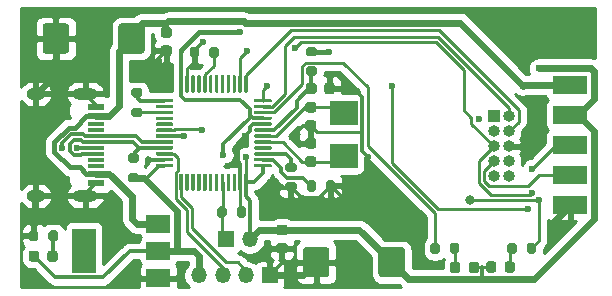
<source format=gbr>
%TF.GenerationSoftware,KiCad,Pcbnew,(5.1.9-0-10_14)*%
%TF.CreationDate,2021-03-12T08:38:00+08:00*%
%TF.ProjectId,jlinkob,6a6c696e-6b6f-4622-9e6b-696361645f70,rev?*%
%TF.SameCoordinates,Original*%
%TF.FileFunction,Copper,L1,Top*%
%TF.FilePolarity,Positive*%
%FSLAX46Y46*%
G04 Gerber Fmt 4.6, Leading zero omitted, Abs format (unit mm)*
G04 Created by KiCad (PCBNEW (5.1.9-0-10_14)) date 2021-03-12 08:38:00*
%MOMM*%
%LPD*%
G01*
G04 APERTURE LIST*
%TA.AperFunction,SMDPad,CuDef*%
%ADD10R,2.400000X2.000000*%
%TD*%
%TA.AperFunction,SMDPad,CuDef*%
%ADD11R,2.000000X1.500000*%
%TD*%
%TA.AperFunction,SMDPad,CuDef*%
%ADD12R,2.000000X3.800000*%
%TD*%
%TA.AperFunction,SMDPad,CuDef*%
%ADD13R,2.999994X1.519936*%
%TD*%
%TA.AperFunction,ComponentPad*%
%ADD14O,1.350000X1.350000*%
%TD*%
%TA.AperFunction,ComponentPad*%
%ADD15R,1.350000X1.350000*%
%TD*%
%TA.AperFunction,ComponentPad*%
%ADD16O,1.000000X1.000000*%
%TD*%
%TA.AperFunction,ComponentPad*%
%ADD17R,1.000000X1.000000*%
%TD*%
%TA.AperFunction,SMDPad,CuDef*%
%ADD18R,1.450000X0.600000*%
%TD*%
%TA.AperFunction,SMDPad,CuDef*%
%ADD19R,1.450000X0.300000*%
%TD*%
%TA.AperFunction,ComponentPad*%
%ADD20O,2.100000X1.000000*%
%TD*%
%TA.AperFunction,ComponentPad*%
%ADD21O,1.600000X1.000000*%
%TD*%
%TA.AperFunction,ViaPad*%
%ADD22C,0.600000*%
%TD*%
%TA.AperFunction,ViaPad*%
%ADD23C,0.800000*%
%TD*%
%TA.AperFunction,Conductor*%
%ADD24C,0.250000*%
%TD*%
%TA.AperFunction,Conductor*%
%ADD25C,0.600000*%
%TD*%
%TA.AperFunction,Conductor*%
%ADD26C,0.300000*%
%TD*%
%TA.AperFunction,Conductor*%
%ADD27C,0.400000*%
%TD*%
%TA.AperFunction,Conductor*%
%ADD28C,0.254000*%
%TD*%
%TA.AperFunction,Conductor*%
%ADD29C,0.100000*%
%TD*%
G04 APERTURE END LIST*
%TO.P,C6,2*%
%TO.N,+3V3*%
%TA.AperFunction,SMDPad,CuDef*%
G36*
G01*
X130955000Y-98205001D02*
X130955000Y-96154999D01*
G75*
G02*
X131204999Y-95905000I249999J0D01*
G01*
X132955001Y-95905000D01*
G75*
G02*
X133205000Y-96154999I0J-249999D01*
G01*
X133205000Y-98205001D01*
G75*
G02*
X132955001Y-98455000I-249999J0D01*
G01*
X131204999Y-98455000D01*
G75*
G02*
X130955000Y-98205001I0J249999D01*
G01*
G37*
%TD.AperFunction*%
%TO.P,C6,1*%
%TO.N,GND*%
%TA.AperFunction,SMDPad,CuDef*%
G36*
G01*
X124555000Y-98205001D02*
X124555000Y-96154999D01*
G75*
G02*
X124804999Y-95905000I249999J0D01*
G01*
X126555001Y-95905000D01*
G75*
G02*
X126805000Y-96154999I0J-249999D01*
G01*
X126805000Y-98205001D01*
G75*
G02*
X126555001Y-98455000I-249999J0D01*
G01*
X124804999Y-98455000D01*
G75*
G02*
X124555000Y-98205001I0J249999D01*
G01*
G37*
%TD.AperFunction*%
%TD*%
%TO.P,C4,2*%
%TO.N,VBUS*%
%TA.AperFunction,SMDPad,CuDef*%
G36*
G01*
X108915000Y-79265001D02*
X108915000Y-77214999D01*
G75*
G02*
X109164999Y-76965000I249999J0D01*
G01*
X110915001Y-76965000D01*
G75*
G02*
X111165000Y-77214999I0J-249999D01*
G01*
X111165000Y-79265001D01*
G75*
G02*
X110915001Y-79515000I-249999J0D01*
G01*
X109164999Y-79515000D01*
G75*
G02*
X108915000Y-79265001I0J249999D01*
G01*
G37*
%TD.AperFunction*%
%TO.P,C4,1*%
%TO.N,GND*%
%TA.AperFunction,SMDPad,CuDef*%
G36*
G01*
X102515000Y-79265001D02*
X102515000Y-77214999D01*
G75*
G02*
X102764999Y-76965000I249999J0D01*
G01*
X104515001Y-76965000D01*
G75*
G02*
X104765000Y-77214999I0J-249999D01*
G01*
X104765000Y-79265001D01*
G75*
G02*
X104515001Y-79515000I-249999J0D01*
G01*
X102764999Y-79515000D01*
G75*
G02*
X102515000Y-79265001I0J249999D01*
G01*
G37*
%TD.AperFunction*%
%TD*%
D10*
%TO.P,Y1,2*%
%TO.N,Net-(C2-Pad1)*%
X128016000Y-84510000D03*
%TO.P,Y1,1*%
%TO.N,Net-(C1-Pad1)*%
X128016000Y-88210000D03*
%TD*%
%TO.P,R12,2*%
%TO.N,+3V3*%
%TA.AperFunction,SMDPad,CuDef*%
G36*
G01*
X109945000Y-89615000D02*
X110495000Y-89615000D01*
G75*
G02*
X110695000Y-89815000I0J-200000D01*
G01*
X110695000Y-90215000D01*
G75*
G02*
X110495000Y-90415000I-200000J0D01*
G01*
X109945000Y-90415000D01*
G75*
G02*
X109745000Y-90215000I0J200000D01*
G01*
X109745000Y-89815000D01*
G75*
G02*
X109945000Y-89615000I200000J0D01*
G01*
G37*
%TD.AperFunction*%
%TO.P,R12,1*%
%TO.N,USB_DP*%
%TA.AperFunction,SMDPad,CuDef*%
G36*
G01*
X109945000Y-87965000D02*
X110495000Y-87965000D01*
G75*
G02*
X110695000Y-88165000I0J-200000D01*
G01*
X110695000Y-88565000D01*
G75*
G02*
X110495000Y-88765000I-200000J0D01*
G01*
X109945000Y-88765000D01*
G75*
G02*
X109745000Y-88565000I0J200000D01*
G01*
X109745000Y-88165000D01*
G75*
G02*
X109945000Y-87965000I200000J0D01*
G01*
G37*
%TD.AperFunction*%
%TD*%
%TO.P,R11,2*%
%TO.N,+3V3*%
%TA.AperFunction,SMDPad,CuDef*%
G36*
G01*
X125555000Y-79755000D02*
X125005000Y-79755000D01*
G75*
G02*
X124805000Y-79555000I0J200000D01*
G01*
X124805000Y-79155000D01*
G75*
G02*
X125005000Y-78955000I200000J0D01*
G01*
X125555000Y-78955000D01*
G75*
G02*
X125755000Y-79155000I0J-200000D01*
G01*
X125755000Y-79555000D01*
G75*
G02*
X125555000Y-79755000I-200000J0D01*
G01*
G37*
%TD.AperFunction*%
%TO.P,R11,1*%
%TO.N,Net-(C7-Pad1)*%
%TA.AperFunction,SMDPad,CuDef*%
G36*
G01*
X125555000Y-81405000D02*
X125005000Y-81405000D01*
G75*
G02*
X124805000Y-81205000I0J200000D01*
G01*
X124805000Y-80805000D01*
G75*
G02*
X125005000Y-80605000I200000J0D01*
G01*
X125555000Y-80605000D01*
G75*
G02*
X125755000Y-80805000I0J-200000D01*
G01*
X125755000Y-81205000D01*
G75*
G02*
X125555000Y-81405000I-200000J0D01*
G01*
G37*
%TD.AperFunction*%
%TD*%
%TO.P,R10,2*%
%TO.N,PB14*%
%TA.AperFunction,SMDPad,CuDef*%
G36*
G01*
X110225000Y-84085000D02*
X110775000Y-84085000D01*
G75*
G02*
X110975000Y-84285000I0J-200000D01*
G01*
X110975000Y-84685000D01*
G75*
G02*
X110775000Y-84885000I-200000J0D01*
G01*
X110225000Y-84885000D01*
G75*
G02*
X110025000Y-84685000I0J200000D01*
G01*
X110025000Y-84285000D01*
G75*
G02*
X110225000Y-84085000I200000J0D01*
G01*
G37*
%TD.AperFunction*%
%TO.P,R10,1*%
%TO.N,Net-(R10-Pad1)*%
%TA.AperFunction,SMDPad,CuDef*%
G36*
G01*
X110225000Y-82435000D02*
X110775000Y-82435000D01*
G75*
G02*
X110975000Y-82635000I0J-200000D01*
G01*
X110975000Y-83035000D01*
G75*
G02*
X110775000Y-83235000I-200000J0D01*
G01*
X110225000Y-83235000D01*
G75*
G02*
X110025000Y-83035000I0J200000D01*
G01*
X110025000Y-82635000D01*
G75*
G02*
X110225000Y-82435000I200000J0D01*
G01*
G37*
%TD.AperFunction*%
%TD*%
%TO.P,R9,2*%
%TO.N,GND*%
%TA.AperFunction,SMDPad,CuDef*%
G36*
G01*
X123265000Y-90395000D02*
X123815000Y-90395000D01*
G75*
G02*
X124015000Y-90595000I0J-200000D01*
G01*
X124015000Y-90995000D01*
G75*
G02*
X123815000Y-91195000I-200000J0D01*
G01*
X123265000Y-91195000D01*
G75*
G02*
X123065000Y-90995000I0J200000D01*
G01*
X123065000Y-90595000D01*
G75*
G02*
X123265000Y-90395000I200000J0D01*
G01*
G37*
%TD.AperFunction*%
%TO.P,R9,1*%
%TO.N,Net-(R9-Pad1)*%
%TA.AperFunction,SMDPad,CuDef*%
G36*
G01*
X123265000Y-88745000D02*
X123815000Y-88745000D01*
G75*
G02*
X124015000Y-88945000I0J-200000D01*
G01*
X124015000Y-89345000D01*
G75*
G02*
X123815000Y-89545000I-200000J0D01*
G01*
X123265000Y-89545000D01*
G75*
G02*
X123065000Y-89345000I0J200000D01*
G01*
X123065000Y-88945000D01*
G75*
G02*
X123265000Y-88745000I200000J0D01*
G01*
G37*
%TD.AperFunction*%
%TD*%
%TO.P,R8,2*%
%TO.N,GND*%
%TA.AperFunction,SMDPad,CuDef*%
G36*
G01*
X126525000Y-90995000D02*
X126525000Y-90445000D01*
G75*
G02*
X126725000Y-90245000I200000J0D01*
G01*
X127125000Y-90245000D01*
G75*
G02*
X127325000Y-90445000I0J-200000D01*
G01*
X127325000Y-90995000D01*
G75*
G02*
X127125000Y-91195000I-200000J0D01*
G01*
X126725000Y-91195000D01*
G75*
G02*
X126525000Y-90995000I0J200000D01*
G01*
G37*
%TD.AperFunction*%
%TO.P,R8,1*%
%TO.N,Net-(R8-Pad1)*%
%TA.AperFunction,SMDPad,CuDef*%
G36*
G01*
X124875000Y-90995000D02*
X124875000Y-90445000D01*
G75*
G02*
X125075000Y-90245000I200000J0D01*
G01*
X125475000Y-90245000D01*
G75*
G02*
X125675000Y-90445000I0J-200000D01*
G01*
X125675000Y-90995000D01*
G75*
G02*
X125475000Y-91195000I-200000J0D01*
G01*
X125075000Y-91195000D01*
G75*
G02*
X124875000Y-90995000I0J200000D01*
G01*
G37*
%TD.AperFunction*%
%TD*%
%TO.P,C7,2*%
%TO.N,GND*%
%TA.AperFunction,SMDPad,CuDef*%
G36*
G01*
X126365000Y-82720000D02*
X126365000Y-82220000D01*
G75*
G02*
X126590000Y-81995000I225000J0D01*
G01*
X127040000Y-81995000D01*
G75*
G02*
X127265000Y-82220000I0J-225000D01*
G01*
X127265000Y-82720000D01*
G75*
G02*
X127040000Y-82945000I-225000J0D01*
G01*
X126590000Y-82945000D01*
G75*
G02*
X126365000Y-82720000I0J225000D01*
G01*
G37*
%TD.AperFunction*%
%TO.P,C7,1*%
%TO.N,Net-(C7-Pad1)*%
%TA.AperFunction,SMDPad,CuDef*%
G36*
G01*
X124815000Y-82720000D02*
X124815000Y-82220000D01*
G75*
G02*
X125040000Y-81995000I225000J0D01*
G01*
X125490000Y-81995000D01*
G75*
G02*
X125715000Y-82220000I0J-225000D01*
G01*
X125715000Y-82720000D01*
G75*
G02*
X125490000Y-82945000I-225000J0D01*
G01*
X125040000Y-82945000D01*
G75*
G02*
X124815000Y-82720000I0J225000D01*
G01*
G37*
%TD.AperFunction*%
%TD*%
%TO.P,C5,2*%
%TO.N,+3V3*%
%TA.AperFunction,SMDPad,CuDef*%
G36*
G01*
X123030000Y-94895000D02*
X122530000Y-94895000D01*
G75*
G02*
X122305000Y-94670000I0J225000D01*
G01*
X122305000Y-94220000D01*
G75*
G02*
X122530000Y-93995000I225000J0D01*
G01*
X123030000Y-93995000D01*
G75*
G02*
X123255000Y-94220000I0J-225000D01*
G01*
X123255000Y-94670000D01*
G75*
G02*
X123030000Y-94895000I-225000J0D01*
G01*
G37*
%TD.AperFunction*%
%TO.P,C5,1*%
%TO.N,GND*%
%TA.AperFunction,SMDPad,CuDef*%
G36*
G01*
X123030000Y-96445000D02*
X122530000Y-96445000D01*
G75*
G02*
X122305000Y-96220000I0J225000D01*
G01*
X122305000Y-95770000D01*
G75*
G02*
X122530000Y-95545000I225000J0D01*
G01*
X123030000Y-95545000D01*
G75*
G02*
X123255000Y-95770000I0J-225000D01*
G01*
X123255000Y-96220000D01*
G75*
G02*
X123030000Y-96445000I-225000J0D01*
G01*
G37*
%TD.AperFunction*%
%TD*%
%TO.P,C3,2*%
%TO.N,VBUS*%
%TA.AperFunction,SMDPad,CuDef*%
G36*
G01*
X113240000Y-78175000D02*
X112740000Y-78175000D01*
G75*
G02*
X112515000Y-77950000I0J225000D01*
G01*
X112515000Y-77500000D01*
G75*
G02*
X112740000Y-77275000I225000J0D01*
G01*
X113240000Y-77275000D01*
G75*
G02*
X113465000Y-77500000I0J-225000D01*
G01*
X113465000Y-77950000D01*
G75*
G02*
X113240000Y-78175000I-225000J0D01*
G01*
G37*
%TD.AperFunction*%
%TO.P,C3,1*%
%TO.N,GND*%
%TA.AperFunction,SMDPad,CuDef*%
G36*
G01*
X113240000Y-79725000D02*
X112740000Y-79725000D01*
G75*
G02*
X112515000Y-79500000I0J225000D01*
G01*
X112515000Y-79050000D01*
G75*
G02*
X112740000Y-78825000I225000J0D01*
G01*
X113240000Y-78825000D01*
G75*
G02*
X113465000Y-79050000I0J-225000D01*
G01*
X113465000Y-79500000D01*
G75*
G02*
X113240000Y-79725000I-225000J0D01*
G01*
G37*
%TD.AperFunction*%
%TD*%
%TO.P,C2,2*%
%TO.N,GND*%
%TA.AperFunction,SMDPad,CuDef*%
G36*
G01*
X124972000Y-85161000D02*
X125472000Y-85161000D01*
G75*
G02*
X125697000Y-85386000I0J-225000D01*
G01*
X125697000Y-85836000D01*
G75*
G02*
X125472000Y-86061000I-225000J0D01*
G01*
X124972000Y-86061000D01*
G75*
G02*
X124747000Y-85836000I0J225000D01*
G01*
X124747000Y-85386000D01*
G75*
G02*
X124972000Y-85161000I225000J0D01*
G01*
G37*
%TD.AperFunction*%
%TO.P,C2,1*%
%TO.N,Net-(C2-Pad1)*%
%TA.AperFunction,SMDPad,CuDef*%
G36*
G01*
X124972000Y-83611000D02*
X125472000Y-83611000D01*
G75*
G02*
X125697000Y-83836000I0J-225000D01*
G01*
X125697000Y-84286000D01*
G75*
G02*
X125472000Y-84511000I-225000J0D01*
G01*
X124972000Y-84511000D01*
G75*
G02*
X124747000Y-84286000I0J225000D01*
G01*
X124747000Y-83836000D01*
G75*
G02*
X124972000Y-83611000I225000J0D01*
G01*
G37*
%TD.AperFunction*%
%TD*%
%TO.P,C1,2*%
%TO.N,GND*%
%TA.AperFunction,SMDPad,CuDef*%
G36*
G01*
X125472000Y-87559000D02*
X124972000Y-87559000D01*
G75*
G02*
X124747000Y-87334000I0J225000D01*
G01*
X124747000Y-86884000D01*
G75*
G02*
X124972000Y-86659000I225000J0D01*
G01*
X125472000Y-86659000D01*
G75*
G02*
X125697000Y-86884000I0J-225000D01*
G01*
X125697000Y-87334000D01*
G75*
G02*
X125472000Y-87559000I-225000J0D01*
G01*
G37*
%TD.AperFunction*%
%TO.P,C1,1*%
%TO.N,Net-(C1-Pad1)*%
%TA.AperFunction,SMDPad,CuDef*%
G36*
G01*
X125472000Y-89109000D02*
X124972000Y-89109000D01*
G75*
G02*
X124747000Y-88884000I0J225000D01*
G01*
X124747000Y-88434000D01*
G75*
G02*
X124972000Y-88209000I225000J0D01*
G01*
X125472000Y-88209000D01*
G75*
G02*
X125697000Y-88434000I0J-225000D01*
G01*
X125697000Y-88884000D01*
G75*
G02*
X125472000Y-89109000I-225000J0D01*
G01*
G37*
%TD.AperFunction*%
%TD*%
%TO.P,U1,48*%
%TO.N,+3V3*%
%TA.AperFunction,SMDPad,CuDef*%
G36*
G01*
X119900000Y-89750000D02*
X119900000Y-91075000D01*
G75*
G02*
X119825000Y-91150000I-75000J0D01*
G01*
X119675000Y-91150000D01*
G75*
G02*
X119600000Y-91075000I0J75000D01*
G01*
X119600000Y-89750000D01*
G75*
G02*
X119675000Y-89675000I75000J0D01*
G01*
X119825000Y-89675000D01*
G75*
G02*
X119900000Y-89750000I0J-75000D01*
G01*
G37*
%TD.AperFunction*%
%TO.P,U1,47*%
%TO.N,GND*%
%TA.AperFunction,SMDPad,CuDef*%
G36*
G01*
X119400000Y-89750000D02*
X119400000Y-91075000D01*
G75*
G02*
X119325000Y-91150000I-75000J0D01*
G01*
X119175000Y-91150000D01*
G75*
G02*
X119100000Y-91075000I0J75000D01*
G01*
X119100000Y-89750000D01*
G75*
G02*
X119175000Y-89675000I75000J0D01*
G01*
X119325000Y-89675000D01*
G75*
G02*
X119400000Y-89750000I0J-75000D01*
G01*
G37*
%TD.AperFunction*%
%TO.P,U1,46*%
%TO.N,Net-(U1-Pad46)*%
%TA.AperFunction,SMDPad,CuDef*%
G36*
G01*
X118900000Y-89750000D02*
X118900000Y-91075000D01*
G75*
G02*
X118825000Y-91150000I-75000J0D01*
G01*
X118675000Y-91150000D01*
G75*
G02*
X118600000Y-91075000I0J75000D01*
G01*
X118600000Y-89750000D01*
G75*
G02*
X118675000Y-89675000I75000J0D01*
G01*
X118825000Y-89675000D01*
G75*
G02*
X118900000Y-89750000I0J-75000D01*
G01*
G37*
%TD.AperFunction*%
%TO.P,U1,45*%
%TO.N,Net-(U1-Pad45)*%
%TA.AperFunction,SMDPad,CuDef*%
G36*
G01*
X118400000Y-89750000D02*
X118400000Y-91075000D01*
G75*
G02*
X118325000Y-91150000I-75000J0D01*
G01*
X118175000Y-91150000D01*
G75*
G02*
X118100000Y-91075000I0J75000D01*
G01*
X118100000Y-89750000D01*
G75*
G02*
X118175000Y-89675000I75000J0D01*
G01*
X118325000Y-89675000D01*
G75*
G02*
X118400000Y-89750000I0J-75000D01*
G01*
G37*
%TD.AperFunction*%
%TO.P,U1,44*%
%TO.N,Net-(J2-Pad1)*%
%TA.AperFunction,SMDPad,CuDef*%
G36*
G01*
X117900000Y-89750000D02*
X117900000Y-91075000D01*
G75*
G02*
X117825000Y-91150000I-75000J0D01*
G01*
X117675000Y-91150000D01*
G75*
G02*
X117600000Y-91075000I0J75000D01*
G01*
X117600000Y-89750000D01*
G75*
G02*
X117675000Y-89675000I75000J0D01*
G01*
X117825000Y-89675000D01*
G75*
G02*
X117900000Y-89750000I0J-75000D01*
G01*
G37*
%TD.AperFunction*%
%TO.P,U1,43*%
%TO.N,Net-(U1-Pad43)*%
%TA.AperFunction,SMDPad,CuDef*%
G36*
G01*
X117400000Y-89750000D02*
X117400000Y-91075000D01*
G75*
G02*
X117325000Y-91150000I-75000J0D01*
G01*
X117175000Y-91150000D01*
G75*
G02*
X117100000Y-91075000I0J75000D01*
G01*
X117100000Y-89750000D01*
G75*
G02*
X117175000Y-89675000I75000J0D01*
G01*
X117325000Y-89675000D01*
G75*
G02*
X117400000Y-89750000I0J-75000D01*
G01*
G37*
%TD.AperFunction*%
%TO.P,U1,42*%
%TO.N,PB6*%
%TA.AperFunction,SMDPad,CuDef*%
G36*
G01*
X116900000Y-89750000D02*
X116900000Y-91075000D01*
G75*
G02*
X116825000Y-91150000I-75000J0D01*
G01*
X116675000Y-91150000D01*
G75*
G02*
X116600000Y-91075000I0J75000D01*
G01*
X116600000Y-89750000D01*
G75*
G02*
X116675000Y-89675000I75000J0D01*
G01*
X116825000Y-89675000D01*
G75*
G02*
X116900000Y-89750000I0J-75000D01*
G01*
G37*
%TD.AperFunction*%
%TO.P,U1,41*%
%TO.N,Net-(U1-Pad41)*%
%TA.AperFunction,SMDPad,CuDef*%
G36*
G01*
X116400000Y-89750000D02*
X116400000Y-91075000D01*
G75*
G02*
X116325000Y-91150000I-75000J0D01*
G01*
X116175000Y-91150000D01*
G75*
G02*
X116100000Y-91075000I0J75000D01*
G01*
X116100000Y-89750000D01*
G75*
G02*
X116175000Y-89675000I75000J0D01*
G01*
X116325000Y-89675000D01*
G75*
G02*
X116400000Y-89750000I0J-75000D01*
G01*
G37*
%TD.AperFunction*%
%TO.P,U1,40*%
%TO.N,Net-(U1-Pad40)*%
%TA.AperFunction,SMDPad,CuDef*%
G36*
G01*
X115900000Y-89750000D02*
X115900000Y-91075000D01*
G75*
G02*
X115825000Y-91150000I-75000J0D01*
G01*
X115675000Y-91150000D01*
G75*
G02*
X115600000Y-91075000I0J75000D01*
G01*
X115600000Y-89750000D01*
G75*
G02*
X115675000Y-89675000I75000J0D01*
G01*
X115825000Y-89675000D01*
G75*
G02*
X115900000Y-89750000I0J-75000D01*
G01*
G37*
%TD.AperFunction*%
%TO.P,U1,39*%
%TO.N,Net-(U1-Pad39)*%
%TA.AperFunction,SMDPad,CuDef*%
G36*
G01*
X115400000Y-89750000D02*
X115400000Y-91075000D01*
G75*
G02*
X115325000Y-91150000I-75000J0D01*
G01*
X115175000Y-91150000D01*
G75*
G02*
X115100000Y-91075000I0J75000D01*
G01*
X115100000Y-89750000D01*
G75*
G02*
X115175000Y-89675000I75000J0D01*
G01*
X115325000Y-89675000D01*
G75*
G02*
X115400000Y-89750000I0J-75000D01*
G01*
G37*
%TD.AperFunction*%
%TO.P,U1,38*%
%TO.N,Net-(U1-Pad38)*%
%TA.AperFunction,SMDPad,CuDef*%
G36*
G01*
X114900000Y-89750000D02*
X114900000Y-91075000D01*
G75*
G02*
X114825000Y-91150000I-75000J0D01*
G01*
X114675000Y-91150000D01*
G75*
G02*
X114600000Y-91075000I0J75000D01*
G01*
X114600000Y-89750000D01*
G75*
G02*
X114675000Y-89675000I75000J0D01*
G01*
X114825000Y-89675000D01*
G75*
G02*
X114900000Y-89750000I0J-75000D01*
G01*
G37*
%TD.AperFunction*%
%TO.P,U1,37*%
%TO.N,m_CLK*%
%TA.AperFunction,SMDPad,CuDef*%
G36*
G01*
X114400000Y-89750000D02*
X114400000Y-91075000D01*
G75*
G02*
X114325000Y-91150000I-75000J0D01*
G01*
X114175000Y-91150000D01*
G75*
G02*
X114100000Y-91075000I0J75000D01*
G01*
X114100000Y-89750000D01*
G75*
G02*
X114175000Y-89675000I75000J0D01*
G01*
X114325000Y-89675000D01*
G75*
G02*
X114400000Y-89750000I0J-75000D01*
G01*
G37*
%TD.AperFunction*%
%TO.P,U1,36*%
%TO.N,+3V3*%
%TA.AperFunction,SMDPad,CuDef*%
G36*
G01*
X113575000Y-88925000D02*
X113575000Y-89075000D01*
G75*
G02*
X113500000Y-89150000I-75000J0D01*
G01*
X112175000Y-89150000D01*
G75*
G02*
X112100000Y-89075000I0J75000D01*
G01*
X112100000Y-88925000D01*
G75*
G02*
X112175000Y-88850000I75000J0D01*
G01*
X113500000Y-88850000D01*
G75*
G02*
X113575000Y-88925000I0J-75000D01*
G01*
G37*
%TD.AperFunction*%
%TO.P,U1,35*%
%TO.N,GND*%
%TA.AperFunction,SMDPad,CuDef*%
G36*
G01*
X113575000Y-88425000D02*
X113575000Y-88575000D01*
G75*
G02*
X113500000Y-88650000I-75000J0D01*
G01*
X112175000Y-88650000D01*
G75*
G02*
X112100000Y-88575000I0J75000D01*
G01*
X112100000Y-88425000D01*
G75*
G02*
X112175000Y-88350000I75000J0D01*
G01*
X113500000Y-88350000D01*
G75*
G02*
X113575000Y-88425000I0J-75000D01*
G01*
G37*
%TD.AperFunction*%
%TO.P,U1,34*%
%TO.N,m_DIO*%
%TA.AperFunction,SMDPad,CuDef*%
G36*
G01*
X113575000Y-87925000D02*
X113575000Y-88075000D01*
G75*
G02*
X113500000Y-88150000I-75000J0D01*
G01*
X112175000Y-88150000D01*
G75*
G02*
X112100000Y-88075000I0J75000D01*
G01*
X112100000Y-87925000D01*
G75*
G02*
X112175000Y-87850000I75000J0D01*
G01*
X113500000Y-87850000D01*
G75*
G02*
X113575000Y-87925000I0J-75000D01*
G01*
G37*
%TD.AperFunction*%
%TO.P,U1,33*%
%TO.N,USB_DP*%
%TA.AperFunction,SMDPad,CuDef*%
G36*
G01*
X113575000Y-87425000D02*
X113575000Y-87575000D01*
G75*
G02*
X113500000Y-87650000I-75000J0D01*
G01*
X112175000Y-87650000D01*
G75*
G02*
X112100000Y-87575000I0J75000D01*
G01*
X112100000Y-87425000D01*
G75*
G02*
X112175000Y-87350000I75000J0D01*
G01*
X113500000Y-87350000D01*
G75*
G02*
X113575000Y-87425000I0J-75000D01*
G01*
G37*
%TD.AperFunction*%
%TO.P,U1,32*%
%TO.N,USB_DM*%
%TA.AperFunction,SMDPad,CuDef*%
G36*
G01*
X113575000Y-86925000D02*
X113575000Y-87075000D01*
G75*
G02*
X113500000Y-87150000I-75000J0D01*
G01*
X112175000Y-87150000D01*
G75*
G02*
X112100000Y-87075000I0J75000D01*
G01*
X112100000Y-86925000D01*
G75*
G02*
X112175000Y-86850000I75000J0D01*
G01*
X113500000Y-86850000D01*
G75*
G02*
X113575000Y-86925000I0J-75000D01*
G01*
G37*
%TD.AperFunction*%
%TO.P,U1,31*%
%TO.N,PA10*%
%TA.AperFunction,SMDPad,CuDef*%
G36*
G01*
X113575000Y-86425000D02*
X113575000Y-86575000D01*
G75*
G02*
X113500000Y-86650000I-75000J0D01*
G01*
X112175000Y-86650000D01*
G75*
G02*
X112100000Y-86575000I0J75000D01*
G01*
X112100000Y-86425000D01*
G75*
G02*
X112175000Y-86350000I75000J0D01*
G01*
X113500000Y-86350000D01*
G75*
G02*
X113575000Y-86425000I0J-75000D01*
G01*
G37*
%TD.AperFunction*%
%TO.P,U1,30*%
%TO.N,PA9*%
%TA.AperFunction,SMDPad,CuDef*%
G36*
G01*
X113575000Y-85925000D02*
X113575000Y-86075000D01*
G75*
G02*
X113500000Y-86150000I-75000J0D01*
G01*
X112175000Y-86150000D01*
G75*
G02*
X112100000Y-86075000I0J75000D01*
G01*
X112100000Y-85925000D01*
G75*
G02*
X112175000Y-85850000I75000J0D01*
G01*
X113500000Y-85850000D01*
G75*
G02*
X113575000Y-85925000I0J-75000D01*
G01*
G37*
%TD.AperFunction*%
%TO.P,U1,29*%
%TO.N,Net-(U1-Pad29)*%
%TA.AperFunction,SMDPad,CuDef*%
G36*
G01*
X113575000Y-85425000D02*
X113575000Y-85575000D01*
G75*
G02*
X113500000Y-85650000I-75000J0D01*
G01*
X112175000Y-85650000D01*
G75*
G02*
X112100000Y-85575000I0J75000D01*
G01*
X112100000Y-85425000D01*
G75*
G02*
X112175000Y-85350000I75000J0D01*
G01*
X113500000Y-85350000D01*
G75*
G02*
X113575000Y-85425000I0J-75000D01*
G01*
G37*
%TD.AperFunction*%
%TO.P,U1,28*%
%TO.N,Net-(U1-Pad28)*%
%TA.AperFunction,SMDPad,CuDef*%
G36*
G01*
X113575000Y-84925000D02*
X113575000Y-85075000D01*
G75*
G02*
X113500000Y-85150000I-75000J0D01*
G01*
X112175000Y-85150000D01*
G75*
G02*
X112100000Y-85075000I0J75000D01*
G01*
X112100000Y-84925000D01*
G75*
G02*
X112175000Y-84850000I75000J0D01*
G01*
X113500000Y-84850000D01*
G75*
G02*
X113575000Y-84925000I0J-75000D01*
G01*
G37*
%TD.AperFunction*%
%TO.P,U1,27*%
%TO.N,PB14*%
%TA.AperFunction,SMDPad,CuDef*%
G36*
G01*
X113575000Y-84425000D02*
X113575000Y-84575000D01*
G75*
G02*
X113500000Y-84650000I-75000J0D01*
G01*
X112175000Y-84650000D01*
G75*
G02*
X112100000Y-84575000I0J75000D01*
G01*
X112100000Y-84425000D01*
G75*
G02*
X112175000Y-84350000I75000J0D01*
G01*
X113500000Y-84350000D01*
G75*
G02*
X113575000Y-84425000I0J-75000D01*
G01*
G37*
%TD.AperFunction*%
%TO.P,U1,26*%
%TO.N,PB13*%
%TA.AperFunction,SMDPad,CuDef*%
G36*
G01*
X113575000Y-83925000D02*
X113575000Y-84075000D01*
G75*
G02*
X113500000Y-84150000I-75000J0D01*
G01*
X112175000Y-84150000D01*
G75*
G02*
X112100000Y-84075000I0J75000D01*
G01*
X112100000Y-83925000D01*
G75*
G02*
X112175000Y-83850000I75000J0D01*
G01*
X113500000Y-83850000D01*
G75*
G02*
X113575000Y-83925000I0J-75000D01*
G01*
G37*
%TD.AperFunction*%
%TO.P,U1,25*%
%TO.N,Net-(R10-Pad1)*%
%TA.AperFunction,SMDPad,CuDef*%
G36*
G01*
X113575000Y-83425000D02*
X113575000Y-83575000D01*
G75*
G02*
X113500000Y-83650000I-75000J0D01*
G01*
X112175000Y-83650000D01*
G75*
G02*
X112100000Y-83575000I0J75000D01*
G01*
X112100000Y-83425000D01*
G75*
G02*
X112175000Y-83350000I75000J0D01*
G01*
X113500000Y-83350000D01*
G75*
G02*
X113575000Y-83425000I0J-75000D01*
G01*
G37*
%TD.AperFunction*%
%TO.P,U1,24*%
%TO.N,+3V3*%
%TA.AperFunction,SMDPad,CuDef*%
G36*
G01*
X114400000Y-81425000D02*
X114400000Y-82750000D01*
G75*
G02*
X114325000Y-82825000I-75000J0D01*
G01*
X114175000Y-82825000D01*
G75*
G02*
X114100000Y-82750000I0J75000D01*
G01*
X114100000Y-81425000D01*
G75*
G02*
X114175000Y-81350000I75000J0D01*
G01*
X114325000Y-81350000D01*
G75*
G02*
X114400000Y-81425000I0J-75000D01*
G01*
G37*
%TD.AperFunction*%
%TO.P,U1,23*%
%TO.N,GND*%
%TA.AperFunction,SMDPad,CuDef*%
G36*
G01*
X114900000Y-81425000D02*
X114900000Y-82750000D01*
G75*
G02*
X114825000Y-82825000I-75000J0D01*
G01*
X114675000Y-82825000D01*
G75*
G02*
X114600000Y-82750000I0J75000D01*
G01*
X114600000Y-81425000D01*
G75*
G02*
X114675000Y-81350000I75000J0D01*
G01*
X114825000Y-81350000D01*
G75*
G02*
X114900000Y-81425000I0J-75000D01*
G01*
G37*
%TD.AperFunction*%
%TO.P,U1,22*%
%TO.N,Net-(U1-Pad22)*%
%TA.AperFunction,SMDPad,CuDef*%
G36*
G01*
X115400000Y-81425000D02*
X115400000Y-82750000D01*
G75*
G02*
X115325000Y-82825000I-75000J0D01*
G01*
X115175000Y-82825000D01*
G75*
G02*
X115100000Y-82750000I0J75000D01*
G01*
X115100000Y-81425000D01*
G75*
G02*
X115175000Y-81350000I75000J0D01*
G01*
X115325000Y-81350000D01*
G75*
G02*
X115400000Y-81425000I0J-75000D01*
G01*
G37*
%TD.AperFunction*%
%TO.P,U1,21*%
%TO.N,Net-(U1-Pad21)*%
%TA.AperFunction,SMDPad,CuDef*%
G36*
G01*
X115900000Y-81425000D02*
X115900000Y-82750000D01*
G75*
G02*
X115825000Y-82825000I-75000J0D01*
G01*
X115675000Y-82825000D01*
G75*
G02*
X115600000Y-82750000I0J75000D01*
G01*
X115600000Y-81425000D01*
G75*
G02*
X115675000Y-81350000I75000J0D01*
G01*
X115825000Y-81350000D01*
G75*
G02*
X115900000Y-81425000I0J-75000D01*
G01*
G37*
%TD.AperFunction*%
%TO.P,U1,20*%
%TO.N,Net-(R2-Pad1)*%
%TA.AperFunction,SMDPad,CuDef*%
G36*
G01*
X116400000Y-81425000D02*
X116400000Y-82750000D01*
G75*
G02*
X116325000Y-82825000I-75000J0D01*
G01*
X116175000Y-82825000D01*
G75*
G02*
X116100000Y-82750000I0J75000D01*
G01*
X116100000Y-81425000D01*
G75*
G02*
X116175000Y-81350000I75000J0D01*
G01*
X116325000Y-81350000D01*
G75*
G02*
X116400000Y-81425000I0J-75000D01*
G01*
G37*
%TD.AperFunction*%
%TO.P,U1,19*%
%TO.N,Net-(U1-Pad19)*%
%TA.AperFunction,SMDPad,CuDef*%
G36*
G01*
X116900000Y-81425000D02*
X116900000Y-82750000D01*
G75*
G02*
X116825000Y-82825000I-75000J0D01*
G01*
X116675000Y-82825000D01*
G75*
G02*
X116600000Y-82750000I0J75000D01*
G01*
X116600000Y-81425000D01*
G75*
G02*
X116675000Y-81350000I75000J0D01*
G01*
X116825000Y-81350000D01*
G75*
G02*
X116900000Y-81425000I0J-75000D01*
G01*
G37*
%TD.AperFunction*%
%TO.P,U1,18*%
%TO.N,Net-(U1-Pad18)*%
%TA.AperFunction,SMDPad,CuDef*%
G36*
G01*
X117400000Y-81425000D02*
X117400000Y-82750000D01*
G75*
G02*
X117325000Y-82825000I-75000J0D01*
G01*
X117175000Y-82825000D01*
G75*
G02*
X117100000Y-82750000I0J75000D01*
G01*
X117100000Y-81425000D01*
G75*
G02*
X117175000Y-81350000I75000J0D01*
G01*
X117325000Y-81350000D01*
G75*
G02*
X117400000Y-81425000I0J-75000D01*
G01*
G37*
%TD.AperFunction*%
%TO.P,U1,17*%
%TO.N,Net-(U1-Pad17)*%
%TA.AperFunction,SMDPad,CuDef*%
G36*
G01*
X117900000Y-81425000D02*
X117900000Y-82750000D01*
G75*
G02*
X117825000Y-82825000I-75000J0D01*
G01*
X117675000Y-82825000D01*
G75*
G02*
X117600000Y-82750000I0J75000D01*
G01*
X117600000Y-81425000D01*
G75*
G02*
X117675000Y-81350000I75000J0D01*
G01*
X117825000Y-81350000D01*
G75*
G02*
X117900000Y-81425000I0J-75000D01*
G01*
G37*
%TD.AperFunction*%
%TO.P,U1,16*%
%TO.N,Net-(U1-Pad16)*%
%TA.AperFunction,SMDPad,CuDef*%
G36*
G01*
X118400000Y-81425000D02*
X118400000Y-82750000D01*
G75*
G02*
X118325000Y-82825000I-75000J0D01*
G01*
X118175000Y-82825000D01*
G75*
G02*
X118100000Y-82750000I0J75000D01*
G01*
X118100000Y-81425000D01*
G75*
G02*
X118175000Y-81350000I75000J0D01*
G01*
X118325000Y-81350000D01*
G75*
G02*
X118400000Y-81425000I0J-75000D01*
G01*
G37*
%TD.AperFunction*%
%TO.P,U1,15*%
%TO.N,Net-(U1-Pad15)*%
%TA.AperFunction,SMDPad,CuDef*%
G36*
G01*
X118900000Y-81425000D02*
X118900000Y-82750000D01*
G75*
G02*
X118825000Y-82825000I-75000J0D01*
G01*
X118675000Y-82825000D01*
G75*
G02*
X118600000Y-82750000I0J75000D01*
G01*
X118600000Y-81425000D01*
G75*
G02*
X118675000Y-81350000I75000J0D01*
G01*
X118825000Y-81350000D01*
G75*
G02*
X118900000Y-81425000I0J-75000D01*
G01*
G37*
%TD.AperFunction*%
%TO.P,U1,14*%
%TO.N,PA4*%
%TA.AperFunction,SMDPad,CuDef*%
G36*
G01*
X119400000Y-81425000D02*
X119400000Y-82750000D01*
G75*
G02*
X119325000Y-82825000I-75000J0D01*
G01*
X119175000Y-82825000D01*
G75*
G02*
X119100000Y-82750000I0J75000D01*
G01*
X119100000Y-81425000D01*
G75*
G02*
X119175000Y-81350000I75000J0D01*
G01*
X119325000Y-81350000D01*
G75*
G02*
X119400000Y-81425000I0J-75000D01*
G01*
G37*
%TD.AperFunction*%
%TO.P,U1,13*%
%TO.N,PA3*%
%TA.AperFunction,SMDPad,CuDef*%
G36*
G01*
X119900000Y-81425000D02*
X119900000Y-82750000D01*
G75*
G02*
X119825000Y-82825000I-75000J0D01*
G01*
X119675000Y-82825000D01*
G75*
G02*
X119600000Y-82750000I0J75000D01*
G01*
X119600000Y-81425000D01*
G75*
G02*
X119675000Y-81350000I75000J0D01*
G01*
X119825000Y-81350000D01*
G75*
G02*
X119900000Y-81425000I0J-75000D01*
G01*
G37*
%TD.AperFunction*%
%TO.P,U1,12*%
%TO.N,PA2*%
%TA.AperFunction,SMDPad,CuDef*%
G36*
G01*
X121900000Y-83425000D02*
X121900000Y-83575000D01*
G75*
G02*
X121825000Y-83650000I-75000J0D01*
G01*
X120500000Y-83650000D01*
G75*
G02*
X120425000Y-83575000I0J75000D01*
G01*
X120425000Y-83425000D01*
G75*
G02*
X120500000Y-83350000I75000J0D01*
G01*
X121825000Y-83350000D01*
G75*
G02*
X121900000Y-83425000I0J-75000D01*
G01*
G37*
%TD.AperFunction*%
%TO.P,U1,11*%
%TO.N,PA1*%
%TA.AperFunction,SMDPad,CuDef*%
G36*
G01*
X121900000Y-83925000D02*
X121900000Y-84075000D01*
G75*
G02*
X121825000Y-84150000I-75000J0D01*
G01*
X120500000Y-84150000D01*
G75*
G02*
X120425000Y-84075000I0J75000D01*
G01*
X120425000Y-83925000D01*
G75*
G02*
X120500000Y-83850000I75000J0D01*
G01*
X121825000Y-83850000D01*
G75*
G02*
X121900000Y-83925000I0J-75000D01*
G01*
G37*
%TD.AperFunction*%
%TO.P,U1,10*%
%TO.N,GREEN*%
%TA.AperFunction,SMDPad,CuDef*%
G36*
G01*
X121900000Y-84425000D02*
X121900000Y-84575000D01*
G75*
G02*
X121825000Y-84650000I-75000J0D01*
G01*
X120500000Y-84650000D01*
G75*
G02*
X120425000Y-84575000I0J75000D01*
G01*
X120425000Y-84425000D01*
G75*
G02*
X120500000Y-84350000I75000J0D01*
G01*
X121825000Y-84350000D01*
G75*
G02*
X121900000Y-84425000I0J-75000D01*
G01*
G37*
%TD.AperFunction*%
%TO.P,U1,9*%
%TO.N,+3V3*%
%TA.AperFunction,SMDPad,CuDef*%
G36*
G01*
X121900000Y-84925000D02*
X121900000Y-85075000D01*
G75*
G02*
X121825000Y-85150000I-75000J0D01*
G01*
X120500000Y-85150000D01*
G75*
G02*
X120425000Y-85075000I0J75000D01*
G01*
X120425000Y-84925000D01*
G75*
G02*
X120500000Y-84850000I75000J0D01*
G01*
X121825000Y-84850000D01*
G75*
G02*
X121900000Y-84925000I0J-75000D01*
G01*
G37*
%TD.AperFunction*%
%TO.P,U1,8*%
%TO.N,GND*%
%TA.AperFunction,SMDPad,CuDef*%
G36*
G01*
X121900000Y-85425000D02*
X121900000Y-85575000D01*
G75*
G02*
X121825000Y-85650000I-75000J0D01*
G01*
X120500000Y-85650000D01*
G75*
G02*
X120425000Y-85575000I0J75000D01*
G01*
X120425000Y-85425000D01*
G75*
G02*
X120500000Y-85350000I75000J0D01*
G01*
X121825000Y-85350000D01*
G75*
G02*
X121900000Y-85425000I0J-75000D01*
G01*
G37*
%TD.AperFunction*%
%TO.P,U1,7*%
%TO.N,Net-(C7-Pad1)*%
%TA.AperFunction,SMDPad,CuDef*%
G36*
G01*
X121900000Y-85925000D02*
X121900000Y-86075000D01*
G75*
G02*
X121825000Y-86150000I-75000J0D01*
G01*
X120500000Y-86150000D01*
G75*
G02*
X120425000Y-86075000I0J75000D01*
G01*
X120425000Y-85925000D01*
G75*
G02*
X120500000Y-85850000I75000J0D01*
G01*
X121825000Y-85850000D01*
G75*
G02*
X121900000Y-85925000I0J-75000D01*
G01*
G37*
%TD.AperFunction*%
%TO.P,U1,6*%
%TO.N,Net-(C2-Pad1)*%
%TA.AperFunction,SMDPad,CuDef*%
G36*
G01*
X121900000Y-86425000D02*
X121900000Y-86575000D01*
G75*
G02*
X121825000Y-86650000I-75000J0D01*
G01*
X120500000Y-86650000D01*
G75*
G02*
X120425000Y-86575000I0J75000D01*
G01*
X120425000Y-86425000D01*
G75*
G02*
X120500000Y-86350000I75000J0D01*
G01*
X121825000Y-86350000D01*
G75*
G02*
X121900000Y-86425000I0J-75000D01*
G01*
G37*
%TD.AperFunction*%
%TO.P,U1,5*%
%TO.N,Net-(C1-Pad1)*%
%TA.AperFunction,SMDPad,CuDef*%
G36*
G01*
X121900000Y-86925000D02*
X121900000Y-87075000D01*
G75*
G02*
X121825000Y-87150000I-75000J0D01*
G01*
X120500000Y-87150000D01*
G75*
G02*
X120425000Y-87075000I0J75000D01*
G01*
X120425000Y-86925000D01*
G75*
G02*
X120500000Y-86850000I75000J0D01*
G01*
X121825000Y-86850000D01*
G75*
G02*
X121900000Y-86925000I0J-75000D01*
G01*
G37*
%TD.AperFunction*%
%TO.P,U1,4*%
%TO.N,Net-(U1-Pad4)*%
%TA.AperFunction,SMDPad,CuDef*%
G36*
G01*
X121900000Y-87425000D02*
X121900000Y-87575000D01*
G75*
G02*
X121825000Y-87650000I-75000J0D01*
G01*
X120500000Y-87650000D01*
G75*
G02*
X120425000Y-87575000I0J75000D01*
G01*
X120425000Y-87425000D01*
G75*
G02*
X120500000Y-87350000I75000J0D01*
G01*
X121825000Y-87350000D01*
G75*
G02*
X121900000Y-87425000I0J-75000D01*
G01*
G37*
%TD.AperFunction*%
%TO.P,U1,3*%
%TO.N,Net-(R9-Pad1)*%
%TA.AperFunction,SMDPad,CuDef*%
G36*
G01*
X121900000Y-87925000D02*
X121900000Y-88075000D01*
G75*
G02*
X121825000Y-88150000I-75000J0D01*
G01*
X120500000Y-88150000D01*
G75*
G02*
X120425000Y-88075000I0J75000D01*
G01*
X120425000Y-87925000D01*
G75*
G02*
X120500000Y-87850000I75000J0D01*
G01*
X121825000Y-87850000D01*
G75*
G02*
X121900000Y-87925000I0J-75000D01*
G01*
G37*
%TD.AperFunction*%
%TO.P,U1,2*%
%TO.N,Net-(R8-Pad1)*%
%TA.AperFunction,SMDPad,CuDef*%
G36*
G01*
X121900000Y-88425000D02*
X121900000Y-88575000D01*
G75*
G02*
X121825000Y-88650000I-75000J0D01*
G01*
X120500000Y-88650000D01*
G75*
G02*
X120425000Y-88575000I0J75000D01*
G01*
X120425000Y-88425000D01*
G75*
G02*
X120500000Y-88350000I75000J0D01*
G01*
X121825000Y-88350000D01*
G75*
G02*
X121900000Y-88425000I0J-75000D01*
G01*
G37*
%TD.AperFunction*%
%TO.P,U1,1*%
%TO.N,+3V3*%
%TA.AperFunction,SMDPad,CuDef*%
G36*
G01*
X121900000Y-88925000D02*
X121900000Y-89075000D01*
G75*
G02*
X121825000Y-89150000I-75000J0D01*
G01*
X120500000Y-89150000D01*
G75*
G02*
X120425000Y-89075000I0J75000D01*
G01*
X120425000Y-88925000D01*
G75*
G02*
X120500000Y-88850000I75000J0D01*
G01*
X121825000Y-88850000D01*
G75*
G02*
X121900000Y-88925000I0J-75000D01*
G01*
G37*
%TD.AperFunction*%
%TD*%
%TO.P,R5,2*%
%TO.N,Net-(D3-Pad1)*%
%TA.AperFunction,SMDPad,CuDef*%
G36*
G01*
X103015000Y-95225000D02*
X103015000Y-94675000D01*
G75*
G02*
X103215000Y-94475000I200000J0D01*
G01*
X103615000Y-94475000D01*
G75*
G02*
X103815000Y-94675000I0J-200000D01*
G01*
X103815000Y-95225000D01*
G75*
G02*
X103615000Y-95425000I-200000J0D01*
G01*
X103215000Y-95425000D01*
G75*
G02*
X103015000Y-95225000I0J200000D01*
G01*
G37*
%TD.AperFunction*%
%TO.P,R5,1*%
%TO.N,GND*%
%TA.AperFunction,SMDPad,CuDef*%
G36*
G01*
X101365000Y-95225000D02*
X101365000Y-94675000D01*
G75*
G02*
X101565000Y-94475000I200000J0D01*
G01*
X101965000Y-94475000D01*
G75*
G02*
X102165000Y-94675000I0J-200000D01*
G01*
X102165000Y-95225000D01*
G75*
G02*
X101965000Y-95425000I-200000J0D01*
G01*
X101565000Y-95425000D01*
G75*
G02*
X101365000Y-95225000I0J200000D01*
G01*
G37*
%TD.AperFunction*%
%TD*%
%TO.P,R4,2*%
%TO.N,Net-(D2-Pad1)*%
%TA.AperFunction,SMDPad,CuDef*%
G36*
G01*
X136995000Y-96285000D02*
X136995000Y-95735000D01*
G75*
G02*
X137195000Y-95535000I200000J0D01*
G01*
X137595000Y-95535000D01*
G75*
G02*
X137795000Y-95735000I0J-200000D01*
G01*
X137795000Y-96285000D01*
G75*
G02*
X137595000Y-96485000I-200000J0D01*
G01*
X137195000Y-96485000D01*
G75*
G02*
X136995000Y-96285000I0J200000D01*
G01*
G37*
%TD.AperFunction*%
%TO.P,R4,1*%
%TO.N,GREEN*%
%TA.AperFunction,SMDPad,CuDef*%
G36*
G01*
X135345000Y-96285000D02*
X135345000Y-95735000D01*
G75*
G02*
X135545000Y-95535000I200000J0D01*
G01*
X135945000Y-95535000D01*
G75*
G02*
X136145000Y-95735000I0J-200000D01*
G01*
X136145000Y-96285000D01*
G75*
G02*
X135945000Y-96485000I-200000J0D01*
G01*
X135545000Y-96485000D01*
G75*
G02*
X135345000Y-96285000I0J200000D01*
G01*
G37*
%TD.AperFunction*%
%TD*%
%TO.P,R3,2*%
%TO.N,Net-(D1-Pad1)*%
%TA.AperFunction,SMDPad,CuDef*%
G36*
G01*
X142655000Y-95735000D02*
X142655000Y-96285000D01*
G75*
G02*
X142455000Y-96485000I-200000J0D01*
G01*
X142055000Y-96485000D01*
G75*
G02*
X141855000Y-96285000I0J200000D01*
G01*
X141855000Y-95735000D01*
G75*
G02*
X142055000Y-95535000I200000J0D01*
G01*
X142455000Y-95535000D01*
G75*
G02*
X142655000Y-95735000I0J-200000D01*
G01*
G37*
%TD.AperFunction*%
%TO.P,R3,1*%
%TO.N,PA9*%
%TA.AperFunction,SMDPad,CuDef*%
G36*
G01*
X144305000Y-95735000D02*
X144305000Y-96285000D01*
G75*
G02*
X144105000Y-96485000I-200000J0D01*
G01*
X143705000Y-96485000D01*
G75*
G02*
X143505000Y-96285000I0J200000D01*
G01*
X143505000Y-95735000D01*
G75*
G02*
X143705000Y-95535000I200000J0D01*
G01*
X144105000Y-95535000D01*
G75*
G02*
X144305000Y-95735000I0J-200000D01*
G01*
G37*
%TD.AperFunction*%
%TD*%
%TO.P,D3,2*%
%TO.N,+3V3*%
%TA.AperFunction,SMDPad,CuDef*%
G36*
G01*
X102220000Y-96413750D02*
X102220000Y-96926250D01*
G75*
G02*
X102001250Y-97145000I-218750J0D01*
G01*
X101563750Y-97145000D01*
G75*
G02*
X101345000Y-96926250I0J218750D01*
G01*
X101345000Y-96413750D01*
G75*
G02*
X101563750Y-96195000I218750J0D01*
G01*
X102001250Y-96195000D01*
G75*
G02*
X102220000Y-96413750I0J-218750D01*
G01*
G37*
%TD.AperFunction*%
%TO.P,D3,1*%
%TO.N,Net-(D3-Pad1)*%
%TA.AperFunction,SMDPad,CuDef*%
G36*
G01*
X103795000Y-96413750D02*
X103795000Y-96926250D01*
G75*
G02*
X103576250Y-97145000I-218750J0D01*
G01*
X103138750Y-97145000D01*
G75*
G02*
X102920000Y-96926250I0J218750D01*
G01*
X102920000Y-96413750D01*
G75*
G02*
X103138750Y-96195000I218750J0D01*
G01*
X103576250Y-96195000D01*
G75*
G02*
X103795000Y-96413750I0J-218750D01*
G01*
G37*
%TD.AperFunction*%
%TD*%
%TO.P,D2,2*%
%TO.N,+3V3*%
%TA.AperFunction,SMDPad,CuDef*%
G36*
G01*
X138590000Y-97876250D02*
X138590000Y-97363750D01*
G75*
G02*
X138808750Y-97145000I218750J0D01*
G01*
X139246250Y-97145000D01*
G75*
G02*
X139465000Y-97363750I0J-218750D01*
G01*
X139465000Y-97876250D01*
G75*
G02*
X139246250Y-98095000I-218750J0D01*
G01*
X138808750Y-98095000D01*
G75*
G02*
X138590000Y-97876250I0J218750D01*
G01*
G37*
%TD.AperFunction*%
%TO.P,D2,1*%
%TO.N,Net-(D2-Pad1)*%
%TA.AperFunction,SMDPad,CuDef*%
G36*
G01*
X137015000Y-97876250D02*
X137015000Y-97363750D01*
G75*
G02*
X137233750Y-97145000I218750J0D01*
G01*
X137671250Y-97145000D01*
G75*
G02*
X137890000Y-97363750I0J-218750D01*
G01*
X137890000Y-97876250D01*
G75*
G02*
X137671250Y-98095000I-218750J0D01*
G01*
X137233750Y-98095000D01*
G75*
G02*
X137015000Y-97876250I0J218750D01*
G01*
G37*
%TD.AperFunction*%
%TD*%
%TO.P,D1,2*%
%TO.N,+3V3*%
%TA.AperFunction,SMDPad,CuDef*%
G36*
G01*
X140930000Y-97333750D02*
X140930000Y-97846250D01*
G75*
G02*
X140711250Y-98065000I-218750J0D01*
G01*
X140273750Y-98065000D01*
G75*
G02*
X140055000Y-97846250I0J218750D01*
G01*
X140055000Y-97333750D01*
G75*
G02*
X140273750Y-97115000I218750J0D01*
G01*
X140711250Y-97115000D01*
G75*
G02*
X140930000Y-97333750I0J-218750D01*
G01*
G37*
%TD.AperFunction*%
%TO.P,D1,1*%
%TO.N,Net-(D1-Pad1)*%
%TA.AperFunction,SMDPad,CuDef*%
G36*
G01*
X142505000Y-97333750D02*
X142505000Y-97846250D01*
G75*
G02*
X142286250Y-98065000I-218750J0D01*
G01*
X141848750Y-98065000D01*
G75*
G02*
X141630000Y-97846250I0J218750D01*
G01*
X141630000Y-97333750D01*
G75*
G02*
X141848750Y-97115000I218750J0D01*
G01*
X142286250Y-97115000D01*
G75*
G02*
X142505000Y-97333750I0J-218750D01*
G01*
G37*
%TD.AperFunction*%
%TD*%
D11*
%TO.P,U3,1*%
%TO.N,GND*%
X112330000Y-98520000D03*
%TO.P,U3,3*%
%TO.N,VBUS*%
X112330000Y-93920000D03*
%TO.P,U3,2*%
%TO.N,+3V3*%
X112330000Y-96220000D03*
D12*
%TO.P,U3,4*%
%TO.N,N/C*%
X106030000Y-96220000D03*
%TD*%
D13*
%TO.P,J4,1*%
%TO.N,VBUS*%
X147199394Y-82169746D03*
%TO.P,J4,3*%
%TO.N,+3V3*%
X147199394Y-84709746D03*
%TO.P,J4,5*%
%TO.N,PA4*%
X147199394Y-87249746D03*
%TO.P,J4,7*%
%TO.N,PA2*%
X147199394Y-89789746D03*
%TO.P,J4,9*%
%TO.N,GND*%
X147199394Y-92329746D03*
%TD*%
D14*
%TO.P,J3,4*%
%TO.N,+3V3*%
X115750000Y-98300000D03*
%TO.P,J3,3*%
%TO.N,m_DIO*%
X117750000Y-98300000D03*
%TO.P,J3,2*%
%TO.N,m_CLK*%
X119750000Y-98300000D03*
D15*
%TO.P,J3,1*%
%TO.N,GND*%
X121750000Y-98300000D03*
%TD*%
D16*
%TO.P,CON1,9*%
%TO.N,GND*%
X140735000Y-89910000D03*
%TO.P,CON1,10*%
%TO.N,PA10*%
X142005000Y-89910000D03*
%TO.P,CON1,7*%
%TO.N,PA2*%
X140735000Y-88640000D03*
%TO.P,CON1,8*%
%TO.N,PA9*%
X142005000Y-88640000D03*
%TO.P,CON1,5*%
%TO.N,PA4*%
X140735000Y-87370000D03*
%TO.P,CON1,6*%
%TO.N,GND*%
X142005000Y-87370000D03*
%TO.P,CON1,3*%
%TO.N,+3V3*%
X140735000Y-86100000D03*
%TO.P,CON1,4*%
%TO.N,PA3*%
X142005000Y-86100000D03*
%TO.P,CON1,2*%
%TO.N,PA1*%
X142005000Y-84830000D03*
D17*
%TO.P,CON1,1*%
%TO.N,VBUS*%
X140735000Y-84830000D03*
%TD*%
%TO.P,R2,2*%
%TO.N,GND*%
%TA.AperFunction,SMDPad,CuDef*%
G36*
G01*
X115785000Y-79125000D02*
X115785000Y-79675000D01*
G75*
G02*
X115585000Y-79875000I-200000J0D01*
G01*
X115185000Y-79875000D01*
G75*
G02*
X114985000Y-79675000I0J200000D01*
G01*
X114985000Y-79125000D01*
G75*
G02*
X115185000Y-78925000I200000J0D01*
G01*
X115585000Y-78925000D01*
G75*
G02*
X115785000Y-79125000I0J-200000D01*
G01*
G37*
%TD.AperFunction*%
%TO.P,R2,1*%
%TO.N,Net-(R2-Pad1)*%
%TA.AperFunction,SMDPad,CuDef*%
G36*
G01*
X117435000Y-79125000D02*
X117435000Y-79675000D01*
G75*
G02*
X117235000Y-79875000I-200000J0D01*
G01*
X116835000Y-79875000D01*
G75*
G02*
X116635000Y-79675000I0J200000D01*
G01*
X116635000Y-79125000D01*
G75*
G02*
X116835000Y-78925000I200000J0D01*
G01*
X117235000Y-78925000D01*
G75*
G02*
X117435000Y-79125000I0J-200000D01*
G01*
G37*
%TD.AperFunction*%
%TD*%
%TO.P,R1,2*%
%TO.N,GND*%
%TA.AperFunction,SMDPad,CuDef*%
G36*
G01*
X118955000Y-93205000D02*
X118955000Y-92655000D01*
G75*
G02*
X119155000Y-92455000I200000J0D01*
G01*
X119555000Y-92455000D01*
G75*
G02*
X119755000Y-92655000I0J-200000D01*
G01*
X119755000Y-93205000D01*
G75*
G02*
X119555000Y-93405000I-200000J0D01*
G01*
X119155000Y-93405000D01*
G75*
G02*
X118955000Y-93205000I0J200000D01*
G01*
G37*
%TD.AperFunction*%
%TO.P,R1,1*%
%TO.N,Net-(J2-Pad1)*%
%TA.AperFunction,SMDPad,CuDef*%
G36*
G01*
X117305000Y-93205000D02*
X117305000Y-92655000D01*
G75*
G02*
X117505000Y-92455000I200000J0D01*
G01*
X117905000Y-92455000D01*
G75*
G02*
X118105000Y-92655000I0J-200000D01*
G01*
X118105000Y-93205000D01*
G75*
G02*
X117905000Y-93405000I-200000J0D01*
G01*
X117505000Y-93405000D01*
G75*
G02*
X117305000Y-93205000I0J200000D01*
G01*
G37*
%TD.AperFunction*%
%TD*%
D14*
%TO.P,J2,2*%
%TO.N,+3V3*%
X120070000Y-95230000D03*
D15*
%TO.P,J2,1*%
%TO.N,Net-(J2-Pad1)*%
X118070000Y-95230000D03*
%TD*%
D18*
%TO.P,J1,B1*%
%TO.N,GND*%
X107045000Y-90500000D03*
%TO.P,J1,A9*%
%TO.N,VBUS*%
X107045000Y-89700000D03*
%TO.P,J1,B9*%
X107045000Y-84800000D03*
%TO.P,J1,B12*%
%TO.N,GND*%
X107045000Y-84000000D03*
%TO.P,J1,A1*%
X107045000Y-84000000D03*
%TO.P,J1,A4*%
%TO.N,VBUS*%
X107045000Y-84800000D03*
%TO.P,J1,B4*%
X107045000Y-89700000D03*
%TO.P,J1,A12*%
%TO.N,GND*%
X107045000Y-90500000D03*
D19*
%TO.P,J1,B8*%
%TO.N,Net-(J1-PadB8)*%
X107045000Y-85500000D03*
%TO.P,J1,A5*%
%TO.N,Net-(J1-PadA5)*%
X107045000Y-86000000D03*
%TO.P,J1,B7*%
%TO.N,USB_DM*%
X107045000Y-86500000D03*
%TO.P,J1,A7*%
X107045000Y-87500000D03*
%TO.P,J1,B6*%
%TO.N,USB_DP*%
X107045000Y-88000000D03*
%TO.P,J1,A8*%
%TO.N,Net-(J1-PadA8)*%
X107045000Y-88500000D03*
%TO.P,J1,B5*%
%TO.N,Net-(J1-PadB5)*%
X107045000Y-89000000D03*
%TO.P,J1,A6*%
%TO.N,USB_DP*%
X107045000Y-87000000D03*
D20*
%TO.P,J1,S1*%
%TO.N,GND*%
X106130000Y-91570000D03*
X106130000Y-82930000D03*
D21*
X101950000Y-82930000D03*
X101950000Y-91570000D03*
%TD*%
D22*
%TO.N,GND*%
X145542000Y-94234000D03*
X123594669Y-86545331D03*
X119629153Y-86514331D03*
X111400000Y-88630000D03*
X118244214Y-89015181D03*
X110240000Y-98350000D03*
X128400000Y-92610000D03*
X130900000Y-89840000D03*
X116056415Y-78536415D03*
X130070880Y-88254779D03*
X112370000Y-80120000D03*
%TO.N,VBUS*%
X143160000Y-82240000D03*
%TO.N,USB_DM*%
X105460000Y-87480000D03*
X104159999Y-87480437D03*
%TO.N,+3V3*%
X139446000Y-85090000D03*
X144526000Y-80772000D03*
X126780000Y-79410000D03*
X119770000Y-88260000D03*
X117830000Y-88105000D03*
X119200000Y-77680000D03*
%TO.N,PA10*%
X143592205Y-92635011D03*
%TO.N,PA9*%
X144525999Y-91910011D03*
%TO.N,PA4*%
X143978297Y-91285011D03*
X143980000Y-89265000D03*
%TO.N,PA9*%
X115990000Y-85990000D03*
D23*
X138684000Y-91910011D03*
D22*
%TO.N,PA4*%
X123880000Y-79070000D03*
X119810000Y-79330000D03*
%TO.N,PA2*%
X121486557Y-82276557D03*
%TO.N,PA10*%
X114470000Y-86500000D03*
X132083737Y-82296263D03*
%TD*%
D24*
%TO.N,GND*%
X126875000Y-90670000D02*
X126925000Y-90720000D01*
X119250000Y-92825000D02*
X119355000Y-92930000D01*
X119250000Y-90412500D02*
X119250000Y-92825000D01*
X125222000Y-85611000D02*
X125222000Y-87109000D01*
D25*
X146819140Y-92710000D02*
X147199394Y-92329746D01*
D24*
X114774990Y-81385010D02*
X114774990Y-80725010D01*
X114750000Y-81410000D02*
X114774990Y-81385010D01*
X114750000Y-82087500D02*
X114750000Y-81410000D01*
X115385000Y-80115000D02*
X115385000Y-79400000D01*
X114774990Y-80725010D02*
X115385000Y-80115000D01*
D26*
X124529000Y-85611000D02*
X123594669Y-86545331D01*
X125222000Y-85611000D02*
X124529000Y-85611000D01*
X120323942Y-85500000D02*
X121162500Y-85500000D01*
X120074990Y-85748952D02*
X120323942Y-85500000D01*
X120074990Y-86068494D02*
X120074990Y-85748952D01*
X119629153Y-86514331D02*
X120074990Y-86068494D01*
X119019999Y-87123485D02*
X119629153Y-86514331D01*
X119019999Y-88620001D02*
X119019999Y-87123485D01*
X119250000Y-88850002D02*
X119019999Y-88620001D01*
X119250000Y-90412500D02*
X119250000Y-88850002D01*
X111530000Y-88500000D02*
X111400000Y-88630000D01*
X112837500Y-88500000D02*
X111530000Y-88500000D01*
X118409393Y-88850002D02*
X118244214Y-89015181D01*
X119250000Y-88850002D02*
X118409393Y-88850002D01*
X101765000Y-91755000D02*
X101950000Y-91570000D01*
X101765000Y-94950000D02*
X101765000Y-91755000D01*
X106130000Y-82930000D02*
X101950000Y-82930000D01*
X107045000Y-83845000D02*
X106130000Y-82930000D01*
X107045000Y-84000000D02*
X107045000Y-83845000D01*
X106260000Y-82800000D02*
X106130000Y-82930000D01*
X106130000Y-91415000D02*
X107045000Y-90500000D01*
X106130000Y-91570000D02*
X106130000Y-91415000D01*
X106130000Y-91570000D02*
X101950000Y-91570000D01*
X110410000Y-98520000D02*
X110240000Y-98350000D01*
X112330000Y-98520000D02*
X110410000Y-98520000D01*
X126195000Y-91450000D02*
X126925000Y-90720000D01*
X123540000Y-90795000D02*
X124480000Y-91735000D01*
X124480000Y-91735000D02*
X126195000Y-91735000D01*
X126195000Y-91735000D02*
X126195000Y-91450000D01*
X128400000Y-92195000D02*
X126925000Y-90720000D01*
X128400000Y-92610000D02*
X128400000Y-92195000D01*
X128400000Y-92340000D02*
X128400000Y-92610000D01*
X130900000Y-89840000D02*
X128400000Y-92340000D01*
X115385000Y-79207830D02*
X116056415Y-78536415D01*
X115385000Y-79400000D02*
X115385000Y-79207830D01*
D25*
X145542000Y-93987140D02*
X147199394Y-92329746D01*
X145542000Y-94234000D02*
X145542000Y-93987140D01*
D26*
X125222000Y-87109000D02*
X125471001Y-86859999D01*
X112370000Y-79895000D02*
X112990000Y-79275000D01*
X112370000Y-80120000D02*
X112370000Y-79895000D01*
D25*
X124560000Y-98300000D02*
X125680000Y-97180000D01*
X121750000Y-98300000D02*
X124560000Y-98300000D01*
X103640000Y-81240000D02*
X101950000Y-82930000D01*
X103640000Y-78240000D02*
X103640000Y-81240000D01*
D26*
X122780000Y-97270000D02*
X121750000Y-98300000D01*
X122780000Y-95995000D02*
X122780000Y-97270000D01*
X128806002Y-82470000D02*
X126815000Y-82470000D01*
X129566001Y-83229999D02*
X128806002Y-82470000D01*
X130070880Y-88254779D02*
X129566001Y-87749900D01*
D24*
X125734999Y-86123999D02*
X125222000Y-85611000D01*
X129566001Y-86123999D02*
X125734999Y-86123999D01*
D26*
X129566001Y-87749900D02*
X129566001Y-86123999D01*
X129566001Y-86123999D02*
X129566001Y-83229999D01*
D24*
%TO.N,Net-(C1-Pad1)*%
X124473000Y-88659000D02*
X125222000Y-88659000D01*
X122830000Y-87016000D02*
X124473000Y-88659000D01*
X122830000Y-87000000D02*
X122830000Y-87016000D01*
X121162500Y-87000000D02*
X122830000Y-87000000D01*
X127567000Y-88659000D02*
X128016000Y-88210000D01*
X125222000Y-88659000D02*
X127567000Y-88659000D01*
%TO.N,Net-(C2-Pad1)*%
X124759000Y-84061000D02*
X125222000Y-84061000D01*
X122320000Y-86500000D02*
X124759000Y-84061000D01*
X121162500Y-86500000D02*
X122320000Y-86500000D01*
X127567000Y-84061000D02*
X128016000Y-84510000D01*
X125222000Y-84061000D02*
X127567000Y-84061000D01*
D25*
%TO.N,VBUS*%
X112330000Y-93530000D02*
X112330000Y-93920000D01*
X108170001Y-89699999D02*
X110080000Y-91609998D01*
X107045000Y-89700000D02*
X108170001Y-89699999D01*
X110080000Y-91609998D02*
X110080000Y-93520000D01*
X110480000Y-93920000D02*
X112330000Y-93920000D01*
X110080000Y-93520000D02*
X110480000Y-93920000D01*
D27*
X104803560Y-89160000D02*
X105693002Y-89160000D01*
X103459998Y-87816438D02*
X104803560Y-89160000D01*
X103459998Y-87033049D02*
X103459998Y-87816438D01*
X105693002Y-89160000D02*
X106233002Y-89700000D01*
X105253023Y-85779979D02*
X104713068Y-85779979D01*
X106233002Y-89700000D02*
X107045000Y-89700000D01*
X104713068Y-85779979D02*
X103459998Y-87033049D01*
X106233002Y-84800000D02*
X105253023Y-85779979D01*
X107045000Y-84800000D02*
X106233002Y-84800000D01*
D25*
X143230254Y-82169746D02*
X143160000Y-82240000D01*
X147199394Y-82169746D02*
X143230254Y-82169746D01*
X108170001Y-84800001D02*
X108980000Y-83990002D01*
X107045000Y-84800000D02*
X108170001Y-84800001D01*
X108980000Y-79300000D02*
X110040000Y-78240000D01*
X108980000Y-83990002D02*
X108980000Y-79300000D01*
D27*
X112990000Y-76920000D02*
X113005000Y-76905000D01*
X112990000Y-77725000D02*
X112990000Y-76920000D01*
D25*
X110040000Y-77820000D02*
X110955000Y-76905000D01*
X110955000Y-76905000D02*
X113005000Y-76905000D01*
X110040000Y-78240000D02*
X110040000Y-77820000D01*
X119574001Y-76789999D02*
X119684001Y-76899999D01*
X113005000Y-76905000D02*
X113120001Y-76789999D01*
X142860001Y-81940001D02*
X143160000Y-82240000D01*
X137819999Y-76899999D02*
X142860001Y-81940001D01*
X113120001Y-76789999D02*
X119574001Y-76789999D01*
X119684001Y-76899999D02*
X137819999Y-76899999D01*
D26*
%TO.N,USB_DP*%
X105739999Y-88130001D02*
X105870000Y-88000000D01*
X105147999Y-88130001D02*
X105739999Y-88130001D01*
X104809999Y-87792001D02*
X105147999Y-88130001D01*
X104809999Y-87167999D02*
X104809999Y-87792001D01*
X105870000Y-88000000D02*
X107045000Y-88000000D01*
X105147999Y-86829999D02*
X104809999Y-87167999D01*
X105942002Y-87000000D02*
X105772001Y-86829999D01*
X105772001Y-86829999D02*
X105147999Y-86829999D01*
X107045000Y-87000000D02*
X105942002Y-87000000D01*
X112837500Y-87500000D02*
X110712880Y-87500000D01*
X110212880Y-87000000D02*
X107045000Y-87000000D01*
X110712880Y-87500000D02*
X110212880Y-87000000D01*
X110220000Y-87992880D02*
X110712880Y-87500000D01*
X110220000Y-88365000D02*
X110220000Y-87992880D01*
%TO.N,USB_DM*%
X105480000Y-87500000D02*
X105460000Y-87480000D01*
X107045000Y-87500000D02*
X105480000Y-87500000D01*
X105979111Y-86329989D02*
X104940889Y-86329989D01*
X104159999Y-87110879D02*
X104159999Y-87480437D01*
X104940889Y-86329989D02*
X104159999Y-87110879D01*
X106149122Y-86500000D02*
X105979111Y-86329989D01*
X107045000Y-86500000D02*
X106149122Y-86500000D01*
X112837500Y-87000000D02*
X110920000Y-87000000D01*
X110420000Y-86500000D02*
X107045000Y-86500000D01*
X110920000Y-87000000D02*
X110420000Y-86500000D01*
D24*
%TO.N,+3V3*%
X111295000Y-90015000D02*
X110220000Y-90015000D01*
X112310000Y-89000000D02*
X111295000Y-90015000D01*
X112837500Y-89000000D02*
X112310000Y-89000000D01*
D25*
X111075002Y-90015000D02*
X110220000Y-90015000D01*
X113890000Y-92829998D02*
X111075002Y-90015000D01*
X113890000Y-96220000D02*
X113890000Y-92829998D01*
X112330000Y-96220000D02*
X113890000Y-96220000D01*
X115310000Y-96220000D02*
X115750000Y-96660000D01*
X115750000Y-96660000D02*
X115750000Y-98300000D01*
X113890000Y-96220000D02*
X115310000Y-96220000D01*
D26*
X119750000Y-90412500D02*
X119750000Y-91600000D01*
X120105010Y-91955010D02*
X120105010Y-94154990D01*
X119750000Y-91600000D02*
X120105010Y-91955010D01*
X120070000Y-94190000D02*
X120070000Y-95230000D01*
X120105010Y-94154990D02*
X120070000Y-94190000D01*
X121162500Y-89000000D02*
X121162500Y-89667500D01*
X120417500Y-90412500D02*
X119750000Y-90412500D01*
X121162500Y-89667500D02*
X120417500Y-90412500D01*
D27*
X149099392Y-81089777D02*
X149099391Y-83549778D01*
X147939423Y-84709746D02*
X147199394Y-84709746D01*
X148781615Y-80772000D02*
X149099392Y-81089777D01*
X149099391Y-83549778D02*
X147939423Y-84709746D01*
X144526000Y-80772000D02*
X148781615Y-80772000D01*
D26*
X120323942Y-85000000D02*
X121162500Y-85000000D01*
X120074990Y-84751048D02*
X120323942Y-85000000D01*
D27*
X125335000Y-79410000D02*
X125280000Y-79355000D01*
X126780000Y-79410000D02*
X125335000Y-79410000D01*
D26*
X120074990Y-84958492D02*
X120074990Y-84751048D01*
X117830000Y-87203482D02*
X120074990Y-84958492D01*
X117830000Y-88105000D02*
X117830000Y-87203482D01*
X103582501Y-98470001D02*
X107639999Y-98470001D01*
X101782500Y-96670000D02*
X103582501Y-98470001D01*
X109890000Y-96220000D02*
X112330000Y-96220000D01*
X107639999Y-98470001D02*
X109890000Y-96220000D01*
X114250000Y-83080000D02*
X114580000Y-83410000D01*
X114250000Y-82087500D02*
X114250000Y-83080000D01*
X114580000Y-83410000D02*
X119236038Y-83410000D01*
X119236038Y-83410000D02*
X120074990Y-84248952D01*
X120074990Y-84248952D02*
X120074990Y-84751048D01*
D24*
X119750000Y-88280000D02*
X119770000Y-88260000D01*
X119750000Y-90412500D02*
X119750000Y-88280000D01*
D26*
X114250000Y-82087500D02*
X114250000Y-79282168D01*
D25*
X149199392Y-81009777D02*
X148961615Y-80772000D01*
X148961615Y-80772000D02*
X144526000Y-80772000D01*
X149199392Y-83329715D02*
X149199392Y-81009777D01*
X147819361Y-84709746D02*
X149199392Y-83329715D01*
D24*
X139027500Y-97620000D02*
X139027500Y-97672500D01*
X139027500Y-97672500D02*
X139110000Y-97590000D01*
D25*
X129345000Y-94445000D02*
X122780000Y-94445000D01*
X132080000Y-97180000D02*
X129345000Y-94445000D01*
X120855000Y-94445000D02*
X120070000Y-95230000D01*
X122780000Y-94445000D02*
X120855000Y-94445000D01*
D27*
X114250000Y-79282168D02*
X114250000Y-79211456D01*
X114250000Y-79211456D02*
X115781456Y-77680000D01*
X115781456Y-77680000D02*
X119200000Y-77680000D01*
D25*
X133495010Y-98595010D02*
X132080000Y-97180000D01*
X149199392Y-86089777D02*
X149199392Y-93489715D01*
X147819361Y-84709746D02*
X149199392Y-86089777D01*
X149199392Y-93489715D02*
X144094097Y-98595010D01*
X147199394Y-84709746D02*
X147819361Y-84709746D01*
D26*
X139710000Y-97590000D02*
X139710000Y-98510020D01*
X139710000Y-98510020D02*
X139794990Y-98595010D01*
D25*
X139794990Y-98595010D02*
X133495010Y-98595010D01*
D24*
X139110000Y-97590000D02*
X139710000Y-97590000D01*
D25*
X144094097Y-98595010D02*
X139794990Y-98595010D01*
D24*
X139710000Y-97590000D02*
X140492500Y-97590000D01*
%TO.N,m_CLK*%
X119050000Y-97200000D02*
X119750000Y-97900000D01*
X115190010Y-92609702D02*
X115190010Y-94315012D01*
X118074998Y-97200000D02*
X119050000Y-97200000D01*
X119750000Y-97900000D02*
X119750000Y-98300000D01*
X114250000Y-91669692D02*
X115190010Y-92609702D01*
X115190010Y-94315012D02*
X118074998Y-97200000D01*
X114250000Y-90412500D02*
X114250000Y-91669692D01*
%TO.N,m_DIO*%
X117750000Y-97640000D02*
X117750000Y-98300000D01*
X114740000Y-92796102D02*
X114740000Y-94630000D01*
X114009308Y-88368606D02*
X114009308Y-89349990D01*
X113640702Y-88000000D02*
X114009308Y-88368606D01*
X113774990Y-91831092D02*
X114740000Y-92796102D01*
X113774990Y-89584308D02*
X113774990Y-91831092D01*
X114740000Y-94630000D02*
X117750000Y-97640000D01*
X114009308Y-89349990D02*
X113774990Y-89584308D01*
X112837500Y-88000000D02*
X113640702Y-88000000D01*
%TO.N,PA9*%
X140241189Y-91910011D02*
X144525999Y-91910011D01*
X144525999Y-95389001D02*
X143905000Y-96010000D01*
X144525999Y-91910011D02*
X144525999Y-95389001D01*
%TO.N,PA4*%
X139459989Y-88645011D02*
X140735000Y-87370000D01*
X139459989Y-90492401D02*
X139459989Y-88645011D01*
X140152598Y-91185010D02*
X139459989Y-90492401D01*
X140165010Y-91185010D02*
X140440001Y-91460001D01*
X140152598Y-91185010D02*
X140165010Y-91185010D01*
X143803307Y-91460001D02*
X143978297Y-91285011D01*
X140440001Y-91460001D02*
X143803307Y-91460001D01*
X145995254Y-87249746D02*
X143980000Y-89265000D01*
X147199394Y-87249746D02*
X145995254Y-87249746D01*
%TO.N,PA2*%
X146839648Y-89430000D02*
X147199394Y-89789746D01*
X144548560Y-89789746D02*
X147199394Y-89789746D01*
X143603305Y-90735001D02*
X144548560Y-89789746D01*
X140338999Y-90735001D02*
X143603305Y-90735001D01*
X139909999Y-90306001D02*
X140338999Y-90735001D01*
X139909999Y-89465001D02*
X139909999Y-90306001D01*
X140735000Y-88640000D02*
X139909999Y-89465001D01*
%TO.N,Net-(J2-Pad1)*%
X117705000Y-94865000D02*
X118070000Y-95230000D01*
X117705000Y-92930000D02*
X117705000Y-94865000D01*
X117750000Y-92885000D02*
X117705000Y-92930000D01*
X117750000Y-90412500D02*
X117750000Y-92885000D01*
%TO.N,Net-(R2-Pad1)*%
X116250000Y-81284298D02*
X117000000Y-80534298D01*
X116250000Y-82087500D02*
X116250000Y-81284298D01*
X117000000Y-79435000D02*
X117035000Y-79400000D01*
X117000000Y-80534298D02*
X117000000Y-79435000D01*
%TO.N,Net-(D1-Pad1)*%
X142067500Y-96197500D02*
X142255000Y-96010000D01*
X142067500Y-97590000D02*
X142067500Y-96197500D01*
%TO.N,Net-(D2-Pad1)*%
X137452500Y-96067500D02*
X137395000Y-96010000D01*
X137452500Y-97620000D02*
X137452500Y-96067500D01*
D26*
%TO.N,Net-(D3-Pad1)*%
X103415000Y-96612500D02*
X103357500Y-96670000D01*
X103415000Y-94950000D02*
X103415000Y-96612500D01*
D24*
%TO.N,PA9*%
X113640702Y-86000000D02*
X112837500Y-86000000D01*
X113765703Y-85874999D02*
X113640702Y-86000000D01*
X115874999Y-85874999D02*
X113765703Y-85874999D01*
X115990000Y-85990000D02*
X115874999Y-85874999D01*
%TO.N,GREEN*%
X122102112Y-84500000D02*
X121162500Y-84500000D01*
X124479990Y-80587532D02*
X124479990Y-82122122D01*
X127939990Y-80279990D02*
X124787532Y-80279990D01*
X130041012Y-82381012D02*
X127939990Y-80279990D01*
X124479990Y-82122122D02*
X122102112Y-84500000D01*
X130041012Y-83188988D02*
X130041012Y-82381012D01*
X124787532Y-80279990D02*
X124479990Y-80587532D01*
X130041012Y-83033244D02*
X130041012Y-83188988D01*
X130041012Y-83188988D02*
X130041012Y-87341012D01*
X135745000Y-93045000D02*
X135745000Y-96010000D01*
X130041012Y-87341012D02*
X135745000Y-93045000D01*
%TO.N,PA9*%
X140241189Y-91910011D02*
X138684000Y-91910011D01*
%TO.N,PA3*%
X142830001Y-85274999D02*
X142005000Y-86100000D01*
X142830001Y-84311485D02*
X142830001Y-85274999D01*
X123569990Y-77530010D02*
X134813990Y-77530010D01*
X119750000Y-81350000D02*
X123569990Y-77530010D01*
X136043525Y-77525009D02*
X142830001Y-84311485D01*
X134818991Y-77525009D02*
X136043525Y-77525009D01*
X134813990Y-77530010D02*
X134818991Y-77525009D01*
X119750000Y-82087500D02*
X119750000Y-81350000D01*
%TO.N,PA1*%
X121965702Y-84000000D02*
X123010000Y-82955702D01*
X123010000Y-82955702D02*
X123010000Y-78910000D01*
X123010000Y-78910000D02*
X123810000Y-78110000D01*
X121162500Y-84000000D02*
X121965702Y-84000000D01*
X142005000Y-84122894D02*
X142005000Y-84830000D01*
X135992106Y-78110000D02*
X142005000Y-84122894D01*
X130170000Y-78110000D02*
X135992106Y-78110000D01*
X123810000Y-78110000D02*
X130170000Y-78110000D01*
X130170000Y-78110000D02*
X130316411Y-78110000D01*
%TO.N,PA4*%
X119250000Y-79890000D02*
X119250000Y-82087500D01*
X119810000Y-79330000D02*
X119250000Y-79890000D01*
X138176000Y-84328000D02*
X138820999Y-84972999D01*
X138820999Y-85455999D02*
X140735000Y-87370000D01*
X138820999Y-84972999D02*
X138820999Y-85455999D01*
X138176000Y-80930304D02*
X138176000Y-84328000D01*
X135805706Y-78560010D02*
X138176000Y-80930304D01*
X124389990Y-78560010D02*
X135805706Y-78560010D01*
X123880000Y-79070000D02*
X124389990Y-78560010D01*
%TO.N,PA2*%
X121162500Y-82600614D02*
X121486557Y-82276557D01*
X121162500Y-83500000D02*
X121162500Y-82600614D01*
D26*
%TO.N,PA10*%
X112837500Y-86500000D02*
X114470000Y-86500000D01*
D24*
X135971421Y-92635011D02*
X140641011Y-92635011D01*
X133150000Y-89813590D02*
X135971421Y-92635011D01*
X132083737Y-88743737D02*
X133150000Y-89810000D01*
X140329779Y-92635011D02*
X140641011Y-92635011D01*
X132083737Y-82296263D02*
X132083737Y-88743737D01*
X133150000Y-89810000D02*
X133150000Y-89813590D01*
X140641011Y-92635011D02*
X143592205Y-92635011D01*
%TO.N,PB14*%
X110515000Y-84500000D02*
X110500000Y-84485000D01*
X112837500Y-84500000D02*
X110515000Y-84500000D01*
D26*
%TO.N,Net-(C7-Pad1)*%
X125070401Y-82470000D02*
X125265000Y-82470000D01*
X124024980Y-84123256D02*
X124024980Y-83515421D01*
X122148236Y-86000000D02*
X124024980Y-84123256D01*
X124024980Y-83515421D02*
X125070401Y-82470000D01*
X121162500Y-86000000D02*
X122148236Y-86000000D01*
X125265000Y-81020000D02*
X125280000Y-81005000D01*
X125265000Y-82470000D02*
X125265000Y-81020000D01*
%TO.N,Net-(R8-Pad1)*%
X121162500Y-88500000D02*
X122040000Y-88500000D01*
X124599990Y-90044990D02*
X125275000Y-90720000D01*
X123187158Y-90044990D02*
X124599990Y-90044990D01*
X122714990Y-89572822D02*
X123187158Y-90044990D01*
X122714990Y-89174990D02*
X122714990Y-89572822D01*
X122040000Y-88500000D02*
X122714990Y-89174990D01*
%TO.N,Net-(R9-Pad1)*%
X121162500Y-88000000D02*
X123100000Y-88000000D01*
X123540000Y-88440000D02*
X123540000Y-89145000D01*
X123100000Y-88000000D02*
X123540000Y-88440000D01*
%TO.N,Net-(R10-Pad1)*%
X112837500Y-83500000D02*
X110770000Y-83500000D01*
X110500000Y-83230000D02*
X110500000Y-82835000D01*
X110770000Y-83500000D02*
X110500000Y-83230000D01*
%TD*%
D28*
%TO.N,GND*%
X149315000Y-79902126D02*
X149144907Y-79850529D01*
X149007547Y-79837000D01*
X148961615Y-79832476D01*
X148915683Y-79837000D01*
X144433911Y-79837000D01*
X144388641Y-79846005D01*
X144342708Y-79850529D01*
X144298538Y-79863928D01*
X144253271Y-79872932D01*
X144210631Y-79890594D01*
X144166460Y-79903993D01*
X144125752Y-79925752D01*
X144083111Y-79943414D01*
X144044736Y-79969055D01*
X144004028Y-79990814D01*
X143968347Y-80020097D01*
X143929972Y-80045738D01*
X143897335Y-80078375D01*
X143861656Y-80107656D01*
X143832375Y-80143335D01*
X143799738Y-80175972D01*
X143774097Y-80214347D01*
X143744814Y-80250028D01*
X143723055Y-80290736D01*
X143697414Y-80329111D01*
X143679752Y-80371752D01*
X143657993Y-80412460D01*
X143644594Y-80456631D01*
X143626932Y-80499271D01*
X143617928Y-80544538D01*
X143604529Y-80588708D01*
X143600005Y-80634641D01*
X143591000Y-80679911D01*
X143591000Y-80726068D01*
X143586476Y-80772000D01*
X143591000Y-80817932D01*
X143591000Y-80864089D01*
X143600005Y-80909359D01*
X143604529Y-80955292D01*
X143617928Y-80999462D01*
X143626932Y-81044729D01*
X143644594Y-81087369D01*
X143657993Y-81131540D01*
X143679752Y-81172248D01*
X143697414Y-81214889D01*
X143710682Y-81234746D01*
X143477036Y-81234746D01*
X138513629Y-76271340D01*
X138484343Y-76235655D01*
X138341971Y-76118813D01*
X138179539Y-76031992D01*
X138003291Y-75978528D01*
X137865931Y-75964999D01*
X137819999Y-75960475D01*
X137774067Y-75964999D01*
X120014002Y-75964999D01*
X119933541Y-75921992D01*
X119757293Y-75868528D01*
X119619933Y-75854999D01*
X119574001Y-75850475D01*
X119528069Y-75854999D01*
X113165933Y-75854999D01*
X113120001Y-75850475D01*
X113074069Y-75854999D01*
X112936709Y-75868528D01*
X112760461Y-75921992D01*
X112670644Y-75970000D01*
X111000931Y-75970000D01*
X110954999Y-75965476D01*
X110771707Y-75983529D01*
X110718243Y-75999747D01*
X110595460Y-76036993D01*
X110433028Y-76123814D01*
X110290656Y-76240656D01*
X110261376Y-76276334D01*
X110210782Y-76326928D01*
X109164999Y-76326928D01*
X108991745Y-76343992D01*
X108825149Y-76394528D01*
X108671613Y-76476595D01*
X108537038Y-76587038D01*
X108426595Y-76721613D01*
X108344528Y-76875149D01*
X108293992Y-77041745D01*
X108276928Y-77214999D01*
X108276928Y-78682847D01*
X108198815Y-78778028D01*
X108111994Y-78940460D01*
X108058529Y-79116709D01*
X108040476Y-79300000D01*
X108045001Y-79345942D01*
X108045000Y-83126972D01*
X108014180Y-83110498D01*
X107894482Y-83074188D01*
X107770000Y-83061928D01*
X107652104Y-83062753D01*
X107647954Y-83057000D01*
X106257000Y-83057000D01*
X106257000Y-83068133D01*
X106195518Y-83074188D01*
X106186248Y-83077000D01*
X106003000Y-83077000D01*
X106003000Y-83057000D01*
X104612046Y-83057000D01*
X104485881Y-83231874D01*
X104565724Y-83454976D01*
X104687631Y-83642764D01*
X104828206Y-83787116D01*
X104749259Y-83905269D01*
X104676892Y-84079978D01*
X104640000Y-84265448D01*
X104640000Y-84454552D01*
X104676892Y-84640022D01*
X104749259Y-84814731D01*
X104836288Y-84944979D01*
X104754086Y-84944979D01*
X104713068Y-84940939D01*
X104672050Y-84944979D01*
X104672049Y-84944979D01*
X104549379Y-84957061D01*
X104421007Y-84996002D01*
X104391981Y-85004807D01*
X104246922Y-85082343D01*
X104152856Y-85159541D01*
X104119777Y-85186688D01*
X104093631Y-85218547D01*
X102898576Y-86413604D01*
X102866707Y-86439758D01*
X102778188Y-86547620D01*
X102762362Y-86566904D01*
X102684826Y-86711963D01*
X102637080Y-86869361D01*
X102620958Y-87033049D01*
X102624998Y-87074067D01*
X102624998Y-87775420D01*
X102620958Y-87816438D01*
X102624998Y-87857456D01*
X102624998Y-87857457D01*
X102637080Y-87980127D01*
X102641745Y-87995506D01*
X102684826Y-88137524D01*
X102762362Y-88282583D01*
X102778182Y-88301860D01*
X102866708Y-88409729D01*
X102898572Y-88435879D01*
X104184123Y-89721432D01*
X104210269Y-89753291D01*
X104242128Y-89779437D01*
X104242130Y-89779439D01*
X104325760Y-89848072D01*
X104337414Y-89857636D01*
X104482473Y-89935172D01*
X104639871Y-89982918D01*
X104652196Y-89984132D01*
X104640000Y-90045448D01*
X104640000Y-90234552D01*
X104676892Y-90420022D01*
X104749259Y-90594731D01*
X104828206Y-90712884D01*
X104687631Y-90857236D01*
X104565724Y-91045024D01*
X104485881Y-91268126D01*
X104612046Y-91443000D01*
X106003000Y-91443000D01*
X106003000Y-91423000D01*
X106186248Y-91423000D01*
X106195518Y-91425812D01*
X106257000Y-91431867D01*
X106257000Y-91443000D01*
X107647954Y-91443000D01*
X107652104Y-91437247D01*
X107770000Y-91438072D01*
X107894482Y-91425812D01*
X108014180Y-91389502D01*
X108124494Y-91330537D01*
X108221185Y-91251185D01*
X108300537Y-91154494D01*
X108301119Y-91153406D01*
X109145000Y-91997288D01*
X109145001Y-93474058D01*
X109140476Y-93520000D01*
X109158529Y-93703291D01*
X109199068Y-93836928D01*
X109211994Y-93879540D01*
X109298815Y-94041972D01*
X109415657Y-94184344D01*
X109451336Y-94213625D01*
X109786370Y-94548659D01*
X109815656Y-94584344D01*
X109958028Y-94701186D01*
X110120460Y-94788007D01*
X110235817Y-94823000D01*
X110296707Y-94841471D01*
X110315110Y-94843283D01*
X110434068Y-94855000D01*
X110434074Y-94855000D01*
X110479999Y-94859523D01*
X110525924Y-94855000D01*
X110722546Y-94855000D01*
X110740498Y-94914180D01*
X110799463Y-95024494D01*
X110836809Y-95070000D01*
X110799463Y-95115506D01*
X110740498Y-95225820D01*
X110704188Y-95345518D01*
X110695375Y-95435000D01*
X109928555Y-95435000D01*
X109890000Y-95431203D01*
X109851444Y-95435000D01*
X109851439Y-95435000D01*
X109812716Y-95438814D01*
X109736113Y-95446358D01*
X109588140Y-95491246D01*
X109451767Y-95564138D01*
X109393310Y-95612113D01*
X109362187Y-95637655D01*
X109362184Y-95637658D01*
X109332236Y-95662236D01*
X109307658Y-95692184D01*
X107668072Y-97331771D01*
X107668072Y-94320000D01*
X107655812Y-94195518D01*
X107619502Y-94075820D01*
X107560537Y-93965506D01*
X107481185Y-93868815D01*
X107384494Y-93789463D01*
X107274180Y-93730498D01*
X107154482Y-93694188D01*
X107030000Y-93681928D01*
X105030000Y-93681928D01*
X104905518Y-93694188D01*
X104785820Y-93730498D01*
X104675506Y-93789463D01*
X104578815Y-93868815D01*
X104499463Y-93965506D01*
X104440498Y-94075820D01*
X104404188Y-94195518D01*
X104391928Y-94320000D01*
X104391928Y-94363020D01*
X104389278Y-94354284D01*
X104311831Y-94209392D01*
X104207606Y-94082394D01*
X104080608Y-93978169D01*
X103935716Y-93900722D01*
X103778500Y-93853031D01*
X103615000Y-93836928D01*
X103215000Y-93836928D01*
X103051500Y-93853031D01*
X102894284Y-93900722D01*
X102749392Y-93978169D01*
X102647410Y-94061863D01*
X102616185Y-94023815D01*
X102519494Y-93944463D01*
X102409180Y-93885498D01*
X102289482Y-93849188D01*
X102165000Y-93836928D01*
X102050750Y-93840000D01*
X101892000Y-93998750D01*
X101892000Y-94823000D01*
X101912000Y-94823000D01*
X101912000Y-95077000D01*
X101892000Y-95077000D01*
X101892000Y-95097000D01*
X101638000Y-95097000D01*
X101638000Y-95077000D01*
X100888750Y-95077000D01*
X100730000Y-95235750D01*
X100726928Y-95425000D01*
X100739188Y-95549482D01*
X100775498Y-95669180D01*
X100834463Y-95779494D01*
X100907824Y-95868885D01*
X100851329Y-95937725D01*
X100772150Y-96085858D01*
X100723392Y-96246592D01*
X100706928Y-96413750D01*
X100706928Y-96926250D01*
X100723392Y-97093408D01*
X100772150Y-97254142D01*
X100851329Y-97402275D01*
X100957885Y-97532115D01*
X101087725Y-97638671D01*
X101235858Y-97717850D01*
X101396592Y-97766608D01*
X101563750Y-97783072D01*
X101785415Y-97783072D01*
X103000154Y-98997811D01*
X103024737Y-99027765D01*
X103144268Y-99125863D01*
X103240604Y-99177355D01*
X103280641Y-99198755D01*
X103428614Y-99243643D01*
X103502009Y-99250871D01*
X103543940Y-99255001D01*
X103543945Y-99255001D01*
X103582501Y-99258798D01*
X103621057Y-99255001D01*
X107601446Y-99255001D01*
X107639999Y-99258798D01*
X107678552Y-99255001D01*
X107678560Y-99255001D01*
X107793886Y-99243642D01*
X107941859Y-99198755D01*
X108078232Y-99125863D01*
X108197763Y-99027765D01*
X108222346Y-98997811D01*
X110215158Y-97005000D01*
X110695375Y-97005000D01*
X110704188Y-97094482D01*
X110740498Y-97214180D01*
X110799463Y-97324494D01*
X110836809Y-97370000D01*
X110799463Y-97415506D01*
X110740498Y-97525820D01*
X110704188Y-97645518D01*
X110691928Y-97770000D01*
X110695000Y-98234250D01*
X110853750Y-98393000D01*
X112203000Y-98393000D01*
X112203000Y-98373000D01*
X112457000Y-98373000D01*
X112457000Y-98393000D01*
X113806250Y-98393000D01*
X113965000Y-98234250D01*
X113968072Y-97770000D01*
X113955812Y-97645518D01*
X113919502Y-97525820D01*
X113860537Y-97415506D01*
X113823191Y-97370000D01*
X113860537Y-97324494D01*
X113919502Y-97214180D01*
X113937454Y-97155000D01*
X114815000Y-97155000D01*
X114815000Y-97382379D01*
X114732456Y-97464923D01*
X114589093Y-97679482D01*
X114490342Y-97917887D01*
X114440000Y-98170976D01*
X114440000Y-98429024D01*
X114490342Y-98682113D01*
X114589093Y-98920518D01*
X114732456Y-99135077D01*
X114912379Y-99315000D01*
X113963640Y-99315000D01*
X113968072Y-99270000D01*
X113965000Y-98805750D01*
X113806250Y-98647000D01*
X112457000Y-98647000D01*
X112457000Y-98667000D01*
X112203000Y-98667000D01*
X112203000Y-98647000D01*
X110853750Y-98647000D01*
X110695000Y-98805750D01*
X110691928Y-99270000D01*
X110696360Y-99315000D01*
X100685000Y-99315000D01*
X100685000Y-94475000D01*
X100726928Y-94475000D01*
X100730000Y-94664250D01*
X100888750Y-94823000D01*
X101638000Y-94823000D01*
X101638000Y-93998750D01*
X101479250Y-93840000D01*
X101365000Y-93836928D01*
X101240518Y-93849188D01*
X101120820Y-93885498D01*
X101010506Y-93944463D01*
X100913815Y-94023815D01*
X100834463Y-94120506D01*
X100775498Y-94230820D01*
X100739188Y-94350518D01*
X100726928Y-94475000D01*
X100685000Y-94475000D01*
X100685000Y-92170882D01*
X100757631Y-92282764D01*
X100913831Y-92443161D01*
X101098322Y-92570003D01*
X101304013Y-92658415D01*
X101523000Y-92705000D01*
X101823000Y-92705000D01*
X101823000Y-91697000D01*
X102077000Y-91697000D01*
X102077000Y-92705000D01*
X102377000Y-92705000D01*
X102595987Y-92658415D01*
X102801678Y-92570003D01*
X102986169Y-92443161D01*
X103142369Y-92282764D01*
X103264276Y-92094976D01*
X103344119Y-91871874D01*
X104485881Y-91871874D01*
X104565724Y-92094976D01*
X104687631Y-92282764D01*
X104843831Y-92443161D01*
X105028322Y-92570003D01*
X105234013Y-92658415D01*
X105453000Y-92705000D01*
X106003000Y-92705000D01*
X106003000Y-91697000D01*
X106257000Y-91697000D01*
X106257000Y-92705000D01*
X106807000Y-92705000D01*
X107025987Y-92658415D01*
X107231678Y-92570003D01*
X107416169Y-92443161D01*
X107572369Y-92282764D01*
X107694276Y-92094976D01*
X107774119Y-91871874D01*
X107647954Y-91697000D01*
X106257000Y-91697000D01*
X106003000Y-91697000D01*
X104612046Y-91697000D01*
X104485881Y-91871874D01*
X103344119Y-91871874D01*
X103217954Y-91697000D01*
X102077000Y-91697000D01*
X101823000Y-91697000D01*
X101803000Y-91697000D01*
X101803000Y-91443000D01*
X101823000Y-91443000D01*
X101823000Y-90435000D01*
X102077000Y-90435000D01*
X102077000Y-91443000D01*
X103217954Y-91443000D01*
X103344119Y-91268126D01*
X103264276Y-91045024D01*
X103142369Y-90857236D01*
X102986169Y-90696839D01*
X102801678Y-90569997D01*
X102595987Y-90481585D01*
X102377000Y-90435000D01*
X102077000Y-90435000D01*
X101823000Y-90435000D01*
X101523000Y-90435000D01*
X101304013Y-90481585D01*
X101098322Y-90569997D01*
X100913831Y-90696839D01*
X100757631Y-90857236D01*
X100685000Y-90969118D01*
X100685000Y-83530882D01*
X100757631Y-83642764D01*
X100913831Y-83803161D01*
X101098322Y-83930003D01*
X101304013Y-84018415D01*
X101523000Y-84065000D01*
X101823000Y-84065000D01*
X101823000Y-83057000D01*
X102077000Y-83057000D01*
X102077000Y-84065000D01*
X102377000Y-84065000D01*
X102595987Y-84018415D01*
X102801678Y-83930003D01*
X102986169Y-83803161D01*
X103142369Y-83642764D01*
X103264276Y-83454976D01*
X103344119Y-83231874D01*
X103217954Y-83057000D01*
X102077000Y-83057000D01*
X101823000Y-83057000D01*
X101803000Y-83057000D01*
X101803000Y-82803000D01*
X101823000Y-82803000D01*
X101823000Y-81795000D01*
X102077000Y-81795000D01*
X102077000Y-82803000D01*
X103217954Y-82803000D01*
X103344119Y-82628126D01*
X104485881Y-82628126D01*
X104612046Y-82803000D01*
X106003000Y-82803000D01*
X106003000Y-81795000D01*
X106257000Y-81795000D01*
X106257000Y-82803000D01*
X107647954Y-82803000D01*
X107774119Y-82628126D01*
X107694276Y-82405024D01*
X107572369Y-82217236D01*
X107416169Y-82056839D01*
X107231678Y-81929997D01*
X107025987Y-81841585D01*
X106807000Y-81795000D01*
X106257000Y-81795000D01*
X106003000Y-81795000D01*
X105453000Y-81795000D01*
X105234013Y-81841585D01*
X105028322Y-81929997D01*
X104843831Y-82056839D01*
X104687631Y-82217236D01*
X104565724Y-82405024D01*
X104485881Y-82628126D01*
X103344119Y-82628126D01*
X103264276Y-82405024D01*
X103142369Y-82217236D01*
X102986169Y-82056839D01*
X102801678Y-81929997D01*
X102595987Y-81841585D01*
X102377000Y-81795000D01*
X102077000Y-81795000D01*
X101823000Y-81795000D01*
X101523000Y-81795000D01*
X101304013Y-81841585D01*
X101098322Y-81929997D01*
X100913831Y-82056839D01*
X100757631Y-82217236D01*
X100685000Y-82329118D01*
X100685000Y-79515000D01*
X101876928Y-79515000D01*
X101889188Y-79639482D01*
X101925498Y-79759180D01*
X101984463Y-79869494D01*
X102063815Y-79966185D01*
X102160506Y-80045537D01*
X102270820Y-80104502D01*
X102390518Y-80140812D01*
X102515000Y-80153072D01*
X103354250Y-80150000D01*
X103513000Y-79991250D01*
X103513000Y-78367000D01*
X103767000Y-78367000D01*
X103767000Y-79991250D01*
X103925750Y-80150000D01*
X104765000Y-80153072D01*
X104889482Y-80140812D01*
X105009180Y-80104502D01*
X105119494Y-80045537D01*
X105216185Y-79966185D01*
X105295537Y-79869494D01*
X105354502Y-79759180D01*
X105390812Y-79639482D01*
X105403072Y-79515000D01*
X105400000Y-78525750D01*
X105241250Y-78367000D01*
X103767000Y-78367000D01*
X103513000Y-78367000D01*
X102038750Y-78367000D01*
X101880000Y-78525750D01*
X101876928Y-79515000D01*
X100685000Y-79515000D01*
X100685000Y-76965000D01*
X101876928Y-76965000D01*
X101880000Y-77954250D01*
X102038750Y-78113000D01*
X103513000Y-78113000D01*
X103513000Y-76488750D01*
X103767000Y-76488750D01*
X103767000Y-78113000D01*
X105241250Y-78113000D01*
X105400000Y-77954250D01*
X105403072Y-76965000D01*
X105390812Y-76840518D01*
X105354502Y-76720820D01*
X105295537Y-76610506D01*
X105216185Y-76513815D01*
X105119494Y-76434463D01*
X105009180Y-76375498D01*
X104889482Y-76339188D01*
X104765000Y-76326928D01*
X103925750Y-76330000D01*
X103767000Y-76488750D01*
X103513000Y-76488750D01*
X103354250Y-76330000D01*
X102515000Y-76326928D01*
X102390518Y-76339188D01*
X102270820Y-76375498D01*
X102160506Y-76434463D01*
X102063815Y-76513815D01*
X101984463Y-76610506D01*
X101925498Y-76720820D01*
X101889188Y-76840518D01*
X101876928Y-76965000D01*
X100685000Y-76965000D01*
X100685000Y-75685000D01*
X149315000Y-75685000D01*
X149315000Y-79902126D01*
%TA.AperFunction,Conductor*%
D29*
G36*
X149315000Y-79902126D02*
G01*
X149144907Y-79850529D01*
X149007547Y-79837000D01*
X148961615Y-79832476D01*
X148915683Y-79837000D01*
X144433911Y-79837000D01*
X144388641Y-79846005D01*
X144342708Y-79850529D01*
X144298538Y-79863928D01*
X144253271Y-79872932D01*
X144210631Y-79890594D01*
X144166460Y-79903993D01*
X144125752Y-79925752D01*
X144083111Y-79943414D01*
X144044736Y-79969055D01*
X144004028Y-79990814D01*
X143968347Y-80020097D01*
X143929972Y-80045738D01*
X143897335Y-80078375D01*
X143861656Y-80107656D01*
X143832375Y-80143335D01*
X143799738Y-80175972D01*
X143774097Y-80214347D01*
X143744814Y-80250028D01*
X143723055Y-80290736D01*
X143697414Y-80329111D01*
X143679752Y-80371752D01*
X143657993Y-80412460D01*
X143644594Y-80456631D01*
X143626932Y-80499271D01*
X143617928Y-80544538D01*
X143604529Y-80588708D01*
X143600005Y-80634641D01*
X143591000Y-80679911D01*
X143591000Y-80726068D01*
X143586476Y-80772000D01*
X143591000Y-80817932D01*
X143591000Y-80864089D01*
X143600005Y-80909359D01*
X143604529Y-80955292D01*
X143617928Y-80999462D01*
X143626932Y-81044729D01*
X143644594Y-81087369D01*
X143657993Y-81131540D01*
X143679752Y-81172248D01*
X143697414Y-81214889D01*
X143710682Y-81234746D01*
X143477036Y-81234746D01*
X138513629Y-76271340D01*
X138484343Y-76235655D01*
X138341971Y-76118813D01*
X138179539Y-76031992D01*
X138003291Y-75978528D01*
X137865931Y-75964999D01*
X137819999Y-75960475D01*
X137774067Y-75964999D01*
X120014002Y-75964999D01*
X119933541Y-75921992D01*
X119757293Y-75868528D01*
X119619933Y-75854999D01*
X119574001Y-75850475D01*
X119528069Y-75854999D01*
X113165933Y-75854999D01*
X113120001Y-75850475D01*
X113074069Y-75854999D01*
X112936709Y-75868528D01*
X112760461Y-75921992D01*
X112670644Y-75970000D01*
X111000931Y-75970000D01*
X110954999Y-75965476D01*
X110771707Y-75983529D01*
X110718243Y-75999747D01*
X110595460Y-76036993D01*
X110433028Y-76123814D01*
X110290656Y-76240656D01*
X110261376Y-76276334D01*
X110210782Y-76326928D01*
X109164999Y-76326928D01*
X108991745Y-76343992D01*
X108825149Y-76394528D01*
X108671613Y-76476595D01*
X108537038Y-76587038D01*
X108426595Y-76721613D01*
X108344528Y-76875149D01*
X108293992Y-77041745D01*
X108276928Y-77214999D01*
X108276928Y-78682847D01*
X108198815Y-78778028D01*
X108111994Y-78940460D01*
X108058529Y-79116709D01*
X108040476Y-79300000D01*
X108045001Y-79345942D01*
X108045000Y-83126972D01*
X108014180Y-83110498D01*
X107894482Y-83074188D01*
X107770000Y-83061928D01*
X107652104Y-83062753D01*
X107647954Y-83057000D01*
X106257000Y-83057000D01*
X106257000Y-83068133D01*
X106195518Y-83074188D01*
X106186248Y-83077000D01*
X106003000Y-83077000D01*
X106003000Y-83057000D01*
X104612046Y-83057000D01*
X104485881Y-83231874D01*
X104565724Y-83454976D01*
X104687631Y-83642764D01*
X104828206Y-83787116D01*
X104749259Y-83905269D01*
X104676892Y-84079978D01*
X104640000Y-84265448D01*
X104640000Y-84454552D01*
X104676892Y-84640022D01*
X104749259Y-84814731D01*
X104836288Y-84944979D01*
X104754086Y-84944979D01*
X104713068Y-84940939D01*
X104672050Y-84944979D01*
X104672049Y-84944979D01*
X104549379Y-84957061D01*
X104421007Y-84996002D01*
X104391981Y-85004807D01*
X104246922Y-85082343D01*
X104152856Y-85159541D01*
X104119777Y-85186688D01*
X104093631Y-85218547D01*
X102898576Y-86413604D01*
X102866707Y-86439758D01*
X102778188Y-86547620D01*
X102762362Y-86566904D01*
X102684826Y-86711963D01*
X102637080Y-86869361D01*
X102620958Y-87033049D01*
X102624998Y-87074067D01*
X102624998Y-87775420D01*
X102620958Y-87816438D01*
X102624998Y-87857456D01*
X102624998Y-87857457D01*
X102637080Y-87980127D01*
X102641745Y-87995506D01*
X102684826Y-88137524D01*
X102762362Y-88282583D01*
X102778182Y-88301860D01*
X102866708Y-88409729D01*
X102898572Y-88435879D01*
X104184123Y-89721432D01*
X104210269Y-89753291D01*
X104242128Y-89779437D01*
X104242130Y-89779439D01*
X104325760Y-89848072D01*
X104337414Y-89857636D01*
X104482473Y-89935172D01*
X104639871Y-89982918D01*
X104652196Y-89984132D01*
X104640000Y-90045448D01*
X104640000Y-90234552D01*
X104676892Y-90420022D01*
X104749259Y-90594731D01*
X104828206Y-90712884D01*
X104687631Y-90857236D01*
X104565724Y-91045024D01*
X104485881Y-91268126D01*
X104612046Y-91443000D01*
X106003000Y-91443000D01*
X106003000Y-91423000D01*
X106186248Y-91423000D01*
X106195518Y-91425812D01*
X106257000Y-91431867D01*
X106257000Y-91443000D01*
X107647954Y-91443000D01*
X107652104Y-91437247D01*
X107770000Y-91438072D01*
X107894482Y-91425812D01*
X108014180Y-91389502D01*
X108124494Y-91330537D01*
X108221185Y-91251185D01*
X108300537Y-91154494D01*
X108301119Y-91153406D01*
X109145000Y-91997288D01*
X109145001Y-93474058D01*
X109140476Y-93520000D01*
X109158529Y-93703291D01*
X109199068Y-93836928D01*
X109211994Y-93879540D01*
X109298815Y-94041972D01*
X109415657Y-94184344D01*
X109451336Y-94213625D01*
X109786370Y-94548659D01*
X109815656Y-94584344D01*
X109958028Y-94701186D01*
X110120460Y-94788007D01*
X110235817Y-94823000D01*
X110296707Y-94841471D01*
X110315110Y-94843283D01*
X110434068Y-94855000D01*
X110434074Y-94855000D01*
X110479999Y-94859523D01*
X110525924Y-94855000D01*
X110722546Y-94855000D01*
X110740498Y-94914180D01*
X110799463Y-95024494D01*
X110836809Y-95070000D01*
X110799463Y-95115506D01*
X110740498Y-95225820D01*
X110704188Y-95345518D01*
X110695375Y-95435000D01*
X109928555Y-95435000D01*
X109890000Y-95431203D01*
X109851444Y-95435000D01*
X109851439Y-95435000D01*
X109812716Y-95438814D01*
X109736113Y-95446358D01*
X109588140Y-95491246D01*
X109451767Y-95564138D01*
X109393310Y-95612113D01*
X109362187Y-95637655D01*
X109362184Y-95637658D01*
X109332236Y-95662236D01*
X109307658Y-95692184D01*
X107668072Y-97331771D01*
X107668072Y-94320000D01*
X107655812Y-94195518D01*
X107619502Y-94075820D01*
X107560537Y-93965506D01*
X107481185Y-93868815D01*
X107384494Y-93789463D01*
X107274180Y-93730498D01*
X107154482Y-93694188D01*
X107030000Y-93681928D01*
X105030000Y-93681928D01*
X104905518Y-93694188D01*
X104785820Y-93730498D01*
X104675506Y-93789463D01*
X104578815Y-93868815D01*
X104499463Y-93965506D01*
X104440498Y-94075820D01*
X104404188Y-94195518D01*
X104391928Y-94320000D01*
X104391928Y-94363020D01*
X104389278Y-94354284D01*
X104311831Y-94209392D01*
X104207606Y-94082394D01*
X104080608Y-93978169D01*
X103935716Y-93900722D01*
X103778500Y-93853031D01*
X103615000Y-93836928D01*
X103215000Y-93836928D01*
X103051500Y-93853031D01*
X102894284Y-93900722D01*
X102749392Y-93978169D01*
X102647410Y-94061863D01*
X102616185Y-94023815D01*
X102519494Y-93944463D01*
X102409180Y-93885498D01*
X102289482Y-93849188D01*
X102165000Y-93836928D01*
X102050750Y-93840000D01*
X101892000Y-93998750D01*
X101892000Y-94823000D01*
X101912000Y-94823000D01*
X101912000Y-95077000D01*
X101892000Y-95077000D01*
X101892000Y-95097000D01*
X101638000Y-95097000D01*
X101638000Y-95077000D01*
X100888750Y-95077000D01*
X100730000Y-95235750D01*
X100726928Y-95425000D01*
X100739188Y-95549482D01*
X100775498Y-95669180D01*
X100834463Y-95779494D01*
X100907824Y-95868885D01*
X100851329Y-95937725D01*
X100772150Y-96085858D01*
X100723392Y-96246592D01*
X100706928Y-96413750D01*
X100706928Y-96926250D01*
X100723392Y-97093408D01*
X100772150Y-97254142D01*
X100851329Y-97402275D01*
X100957885Y-97532115D01*
X101087725Y-97638671D01*
X101235858Y-97717850D01*
X101396592Y-97766608D01*
X101563750Y-97783072D01*
X101785415Y-97783072D01*
X103000154Y-98997811D01*
X103024737Y-99027765D01*
X103144268Y-99125863D01*
X103240604Y-99177355D01*
X103280641Y-99198755D01*
X103428614Y-99243643D01*
X103502009Y-99250871D01*
X103543940Y-99255001D01*
X103543945Y-99255001D01*
X103582501Y-99258798D01*
X103621057Y-99255001D01*
X107601446Y-99255001D01*
X107639999Y-99258798D01*
X107678552Y-99255001D01*
X107678560Y-99255001D01*
X107793886Y-99243642D01*
X107941859Y-99198755D01*
X108078232Y-99125863D01*
X108197763Y-99027765D01*
X108222346Y-98997811D01*
X110215158Y-97005000D01*
X110695375Y-97005000D01*
X110704188Y-97094482D01*
X110740498Y-97214180D01*
X110799463Y-97324494D01*
X110836809Y-97370000D01*
X110799463Y-97415506D01*
X110740498Y-97525820D01*
X110704188Y-97645518D01*
X110691928Y-97770000D01*
X110695000Y-98234250D01*
X110853750Y-98393000D01*
X112203000Y-98393000D01*
X112203000Y-98373000D01*
X112457000Y-98373000D01*
X112457000Y-98393000D01*
X113806250Y-98393000D01*
X113965000Y-98234250D01*
X113968072Y-97770000D01*
X113955812Y-97645518D01*
X113919502Y-97525820D01*
X113860537Y-97415506D01*
X113823191Y-97370000D01*
X113860537Y-97324494D01*
X113919502Y-97214180D01*
X113937454Y-97155000D01*
X114815000Y-97155000D01*
X114815000Y-97382379D01*
X114732456Y-97464923D01*
X114589093Y-97679482D01*
X114490342Y-97917887D01*
X114440000Y-98170976D01*
X114440000Y-98429024D01*
X114490342Y-98682113D01*
X114589093Y-98920518D01*
X114732456Y-99135077D01*
X114912379Y-99315000D01*
X113963640Y-99315000D01*
X113968072Y-99270000D01*
X113965000Y-98805750D01*
X113806250Y-98647000D01*
X112457000Y-98647000D01*
X112457000Y-98667000D01*
X112203000Y-98667000D01*
X112203000Y-98647000D01*
X110853750Y-98647000D01*
X110695000Y-98805750D01*
X110691928Y-99270000D01*
X110696360Y-99315000D01*
X100685000Y-99315000D01*
X100685000Y-94475000D01*
X100726928Y-94475000D01*
X100730000Y-94664250D01*
X100888750Y-94823000D01*
X101638000Y-94823000D01*
X101638000Y-93998750D01*
X101479250Y-93840000D01*
X101365000Y-93836928D01*
X101240518Y-93849188D01*
X101120820Y-93885498D01*
X101010506Y-93944463D01*
X100913815Y-94023815D01*
X100834463Y-94120506D01*
X100775498Y-94230820D01*
X100739188Y-94350518D01*
X100726928Y-94475000D01*
X100685000Y-94475000D01*
X100685000Y-92170882D01*
X100757631Y-92282764D01*
X100913831Y-92443161D01*
X101098322Y-92570003D01*
X101304013Y-92658415D01*
X101523000Y-92705000D01*
X101823000Y-92705000D01*
X101823000Y-91697000D01*
X102077000Y-91697000D01*
X102077000Y-92705000D01*
X102377000Y-92705000D01*
X102595987Y-92658415D01*
X102801678Y-92570003D01*
X102986169Y-92443161D01*
X103142369Y-92282764D01*
X103264276Y-92094976D01*
X103344119Y-91871874D01*
X104485881Y-91871874D01*
X104565724Y-92094976D01*
X104687631Y-92282764D01*
X104843831Y-92443161D01*
X105028322Y-92570003D01*
X105234013Y-92658415D01*
X105453000Y-92705000D01*
X106003000Y-92705000D01*
X106003000Y-91697000D01*
X106257000Y-91697000D01*
X106257000Y-92705000D01*
X106807000Y-92705000D01*
X107025987Y-92658415D01*
X107231678Y-92570003D01*
X107416169Y-92443161D01*
X107572369Y-92282764D01*
X107694276Y-92094976D01*
X107774119Y-91871874D01*
X107647954Y-91697000D01*
X106257000Y-91697000D01*
X106003000Y-91697000D01*
X104612046Y-91697000D01*
X104485881Y-91871874D01*
X103344119Y-91871874D01*
X103217954Y-91697000D01*
X102077000Y-91697000D01*
X101823000Y-91697000D01*
X101803000Y-91697000D01*
X101803000Y-91443000D01*
X101823000Y-91443000D01*
X101823000Y-90435000D01*
X102077000Y-90435000D01*
X102077000Y-91443000D01*
X103217954Y-91443000D01*
X103344119Y-91268126D01*
X103264276Y-91045024D01*
X103142369Y-90857236D01*
X102986169Y-90696839D01*
X102801678Y-90569997D01*
X102595987Y-90481585D01*
X102377000Y-90435000D01*
X102077000Y-90435000D01*
X101823000Y-90435000D01*
X101523000Y-90435000D01*
X101304013Y-90481585D01*
X101098322Y-90569997D01*
X100913831Y-90696839D01*
X100757631Y-90857236D01*
X100685000Y-90969118D01*
X100685000Y-83530882D01*
X100757631Y-83642764D01*
X100913831Y-83803161D01*
X101098322Y-83930003D01*
X101304013Y-84018415D01*
X101523000Y-84065000D01*
X101823000Y-84065000D01*
X101823000Y-83057000D01*
X102077000Y-83057000D01*
X102077000Y-84065000D01*
X102377000Y-84065000D01*
X102595987Y-84018415D01*
X102801678Y-83930003D01*
X102986169Y-83803161D01*
X103142369Y-83642764D01*
X103264276Y-83454976D01*
X103344119Y-83231874D01*
X103217954Y-83057000D01*
X102077000Y-83057000D01*
X101823000Y-83057000D01*
X101803000Y-83057000D01*
X101803000Y-82803000D01*
X101823000Y-82803000D01*
X101823000Y-81795000D01*
X102077000Y-81795000D01*
X102077000Y-82803000D01*
X103217954Y-82803000D01*
X103344119Y-82628126D01*
X104485881Y-82628126D01*
X104612046Y-82803000D01*
X106003000Y-82803000D01*
X106003000Y-81795000D01*
X106257000Y-81795000D01*
X106257000Y-82803000D01*
X107647954Y-82803000D01*
X107774119Y-82628126D01*
X107694276Y-82405024D01*
X107572369Y-82217236D01*
X107416169Y-82056839D01*
X107231678Y-81929997D01*
X107025987Y-81841585D01*
X106807000Y-81795000D01*
X106257000Y-81795000D01*
X106003000Y-81795000D01*
X105453000Y-81795000D01*
X105234013Y-81841585D01*
X105028322Y-81929997D01*
X104843831Y-82056839D01*
X104687631Y-82217236D01*
X104565724Y-82405024D01*
X104485881Y-82628126D01*
X103344119Y-82628126D01*
X103264276Y-82405024D01*
X103142369Y-82217236D01*
X102986169Y-82056839D01*
X102801678Y-81929997D01*
X102595987Y-81841585D01*
X102377000Y-81795000D01*
X102077000Y-81795000D01*
X101823000Y-81795000D01*
X101523000Y-81795000D01*
X101304013Y-81841585D01*
X101098322Y-81929997D01*
X100913831Y-82056839D01*
X100757631Y-82217236D01*
X100685000Y-82329118D01*
X100685000Y-79515000D01*
X101876928Y-79515000D01*
X101889188Y-79639482D01*
X101925498Y-79759180D01*
X101984463Y-79869494D01*
X102063815Y-79966185D01*
X102160506Y-80045537D01*
X102270820Y-80104502D01*
X102390518Y-80140812D01*
X102515000Y-80153072D01*
X103354250Y-80150000D01*
X103513000Y-79991250D01*
X103513000Y-78367000D01*
X103767000Y-78367000D01*
X103767000Y-79991250D01*
X103925750Y-80150000D01*
X104765000Y-80153072D01*
X104889482Y-80140812D01*
X105009180Y-80104502D01*
X105119494Y-80045537D01*
X105216185Y-79966185D01*
X105295537Y-79869494D01*
X105354502Y-79759180D01*
X105390812Y-79639482D01*
X105403072Y-79515000D01*
X105400000Y-78525750D01*
X105241250Y-78367000D01*
X103767000Y-78367000D01*
X103513000Y-78367000D01*
X102038750Y-78367000D01*
X101880000Y-78525750D01*
X101876928Y-79515000D01*
X100685000Y-79515000D01*
X100685000Y-76965000D01*
X101876928Y-76965000D01*
X101880000Y-77954250D01*
X102038750Y-78113000D01*
X103513000Y-78113000D01*
X103513000Y-76488750D01*
X103767000Y-76488750D01*
X103767000Y-78113000D01*
X105241250Y-78113000D01*
X105400000Y-77954250D01*
X105403072Y-76965000D01*
X105390812Y-76840518D01*
X105354502Y-76720820D01*
X105295537Y-76610506D01*
X105216185Y-76513815D01*
X105119494Y-76434463D01*
X105009180Y-76375498D01*
X104889482Y-76339188D01*
X104765000Y-76326928D01*
X103925750Y-76330000D01*
X103767000Y-76488750D01*
X103513000Y-76488750D01*
X103354250Y-76330000D01*
X102515000Y-76326928D01*
X102390518Y-76339188D01*
X102270820Y-76375498D01*
X102160506Y-76434463D01*
X102063815Y-76513815D01*
X101984463Y-76610506D01*
X101925498Y-76720820D01*
X101889188Y-76840518D01*
X101876928Y-76965000D01*
X100685000Y-76965000D01*
X100685000Y-75685000D01*
X149315000Y-75685000D01*
X149315000Y-79902126D01*
G37*
%TD.AperFunction*%
D28*
X121679188Y-95420518D02*
X121666928Y-95545000D01*
X121670000Y-95709250D01*
X121828750Y-95868000D01*
X122653000Y-95868000D01*
X122653000Y-95848000D01*
X122907000Y-95848000D01*
X122907000Y-95868000D01*
X123731250Y-95868000D01*
X123890000Y-95709250D01*
X123893072Y-95545000D01*
X123880812Y-95420518D01*
X123868521Y-95380000D01*
X124193759Y-95380000D01*
X124103815Y-95453815D01*
X124024463Y-95550506D01*
X123965498Y-95660820D01*
X123929188Y-95780518D01*
X123916928Y-95905000D01*
X123920000Y-96894250D01*
X124078750Y-97053000D01*
X125553000Y-97053000D01*
X125553000Y-97033000D01*
X125807000Y-97033000D01*
X125807000Y-97053000D01*
X127281250Y-97053000D01*
X127440000Y-96894250D01*
X127443072Y-95905000D01*
X127430812Y-95780518D01*
X127394502Y-95660820D01*
X127335537Y-95550506D01*
X127256185Y-95453815D01*
X127166241Y-95380000D01*
X128957711Y-95380000D01*
X130316928Y-96739218D01*
X130316928Y-98205001D01*
X130333992Y-98378255D01*
X130384528Y-98544851D01*
X130466595Y-98698387D01*
X130577038Y-98832962D01*
X130711613Y-98943405D01*
X130865149Y-99025472D01*
X131031745Y-99076008D01*
X131204999Y-99093072D01*
X132670782Y-99093072D01*
X132801384Y-99223674D01*
X132830666Y-99259354D01*
X132898471Y-99315000D01*
X122963284Y-99315000D01*
X123014502Y-99219180D01*
X123050812Y-99099482D01*
X123063072Y-98975000D01*
X123060000Y-98585750D01*
X122929250Y-98455000D01*
X123916928Y-98455000D01*
X123929188Y-98579482D01*
X123965498Y-98699180D01*
X124024463Y-98809494D01*
X124103815Y-98906185D01*
X124200506Y-98985537D01*
X124310820Y-99044502D01*
X124430518Y-99080812D01*
X124555000Y-99093072D01*
X125394250Y-99090000D01*
X125553000Y-98931250D01*
X125553000Y-97307000D01*
X125807000Y-97307000D01*
X125807000Y-98931250D01*
X125965750Y-99090000D01*
X126805000Y-99093072D01*
X126929482Y-99080812D01*
X127049180Y-99044502D01*
X127159494Y-98985537D01*
X127256185Y-98906185D01*
X127335537Y-98809494D01*
X127394502Y-98699180D01*
X127430812Y-98579482D01*
X127443072Y-98455000D01*
X127440000Y-97465750D01*
X127281250Y-97307000D01*
X125807000Y-97307000D01*
X125553000Y-97307000D01*
X124078750Y-97307000D01*
X123920000Y-97465750D01*
X123916928Y-98455000D01*
X122929250Y-98455000D01*
X122901250Y-98427000D01*
X121877000Y-98427000D01*
X121877000Y-98447000D01*
X121623000Y-98447000D01*
X121623000Y-98427000D01*
X121603000Y-98427000D01*
X121603000Y-98173000D01*
X121623000Y-98173000D01*
X121623000Y-97148750D01*
X121464250Y-96990000D01*
X121075000Y-96986928D01*
X120950518Y-96999188D01*
X120830820Y-97035498D01*
X120720506Y-97094463D01*
X120623815Y-97173815D01*
X120552513Y-97260697D01*
X120370518Y-97139093D01*
X120132113Y-97040342D01*
X119923686Y-96998884D01*
X119613803Y-96689002D01*
X119590001Y-96659999D01*
X119474276Y-96565026D01*
X119342247Y-96494454D01*
X119198986Y-96450997D01*
X119090551Y-96440317D01*
X119099494Y-96435537D01*
X119196185Y-96356185D01*
X119267487Y-96269303D01*
X119449482Y-96390907D01*
X119687887Y-96489658D01*
X119940976Y-96540000D01*
X120199024Y-96540000D01*
X120452113Y-96489658D01*
X120559926Y-96445000D01*
X121666928Y-96445000D01*
X121679188Y-96569482D01*
X121715498Y-96689180D01*
X121774463Y-96799494D01*
X121853815Y-96896185D01*
X121950506Y-96975537D01*
X122015482Y-97010268D01*
X121877000Y-97148750D01*
X121877000Y-98173000D01*
X122901250Y-98173000D01*
X123060000Y-98014250D01*
X123063072Y-97625000D01*
X123050812Y-97500518D01*
X123014502Y-97380820D01*
X122955537Y-97270506D01*
X122876185Y-97173815D01*
X122779494Y-97094463D01*
X122669180Y-97035498D01*
X122569108Y-97005142D01*
X122653000Y-96921250D01*
X122653000Y-96122000D01*
X122907000Y-96122000D01*
X122907000Y-96921250D01*
X123065750Y-97080000D01*
X123255000Y-97083072D01*
X123379482Y-97070812D01*
X123499180Y-97034502D01*
X123609494Y-96975537D01*
X123706185Y-96896185D01*
X123785537Y-96799494D01*
X123844502Y-96689180D01*
X123880812Y-96569482D01*
X123893072Y-96445000D01*
X123890000Y-96280750D01*
X123731250Y-96122000D01*
X122907000Y-96122000D01*
X122653000Y-96122000D01*
X121828750Y-96122000D01*
X121670000Y-96280750D01*
X121666928Y-96445000D01*
X120559926Y-96445000D01*
X120690518Y-96390907D01*
X120905077Y-96247544D01*
X121087544Y-96065077D01*
X121230907Y-95850518D01*
X121329658Y-95612113D01*
X121375828Y-95380000D01*
X121691479Y-95380000D01*
X121679188Y-95420518D01*
%TA.AperFunction,Conductor*%
D29*
G36*
X121679188Y-95420518D02*
G01*
X121666928Y-95545000D01*
X121670000Y-95709250D01*
X121828750Y-95868000D01*
X122653000Y-95868000D01*
X122653000Y-95848000D01*
X122907000Y-95848000D01*
X122907000Y-95868000D01*
X123731250Y-95868000D01*
X123890000Y-95709250D01*
X123893072Y-95545000D01*
X123880812Y-95420518D01*
X123868521Y-95380000D01*
X124193759Y-95380000D01*
X124103815Y-95453815D01*
X124024463Y-95550506D01*
X123965498Y-95660820D01*
X123929188Y-95780518D01*
X123916928Y-95905000D01*
X123920000Y-96894250D01*
X124078750Y-97053000D01*
X125553000Y-97053000D01*
X125553000Y-97033000D01*
X125807000Y-97033000D01*
X125807000Y-97053000D01*
X127281250Y-97053000D01*
X127440000Y-96894250D01*
X127443072Y-95905000D01*
X127430812Y-95780518D01*
X127394502Y-95660820D01*
X127335537Y-95550506D01*
X127256185Y-95453815D01*
X127166241Y-95380000D01*
X128957711Y-95380000D01*
X130316928Y-96739218D01*
X130316928Y-98205001D01*
X130333992Y-98378255D01*
X130384528Y-98544851D01*
X130466595Y-98698387D01*
X130577038Y-98832962D01*
X130711613Y-98943405D01*
X130865149Y-99025472D01*
X131031745Y-99076008D01*
X131204999Y-99093072D01*
X132670782Y-99093072D01*
X132801384Y-99223674D01*
X132830666Y-99259354D01*
X132898471Y-99315000D01*
X122963284Y-99315000D01*
X123014502Y-99219180D01*
X123050812Y-99099482D01*
X123063072Y-98975000D01*
X123060000Y-98585750D01*
X122929250Y-98455000D01*
X123916928Y-98455000D01*
X123929188Y-98579482D01*
X123965498Y-98699180D01*
X124024463Y-98809494D01*
X124103815Y-98906185D01*
X124200506Y-98985537D01*
X124310820Y-99044502D01*
X124430518Y-99080812D01*
X124555000Y-99093072D01*
X125394250Y-99090000D01*
X125553000Y-98931250D01*
X125553000Y-97307000D01*
X125807000Y-97307000D01*
X125807000Y-98931250D01*
X125965750Y-99090000D01*
X126805000Y-99093072D01*
X126929482Y-99080812D01*
X127049180Y-99044502D01*
X127159494Y-98985537D01*
X127256185Y-98906185D01*
X127335537Y-98809494D01*
X127394502Y-98699180D01*
X127430812Y-98579482D01*
X127443072Y-98455000D01*
X127440000Y-97465750D01*
X127281250Y-97307000D01*
X125807000Y-97307000D01*
X125553000Y-97307000D01*
X124078750Y-97307000D01*
X123920000Y-97465750D01*
X123916928Y-98455000D01*
X122929250Y-98455000D01*
X122901250Y-98427000D01*
X121877000Y-98427000D01*
X121877000Y-98447000D01*
X121623000Y-98447000D01*
X121623000Y-98427000D01*
X121603000Y-98427000D01*
X121603000Y-98173000D01*
X121623000Y-98173000D01*
X121623000Y-97148750D01*
X121464250Y-96990000D01*
X121075000Y-96986928D01*
X120950518Y-96999188D01*
X120830820Y-97035498D01*
X120720506Y-97094463D01*
X120623815Y-97173815D01*
X120552513Y-97260697D01*
X120370518Y-97139093D01*
X120132113Y-97040342D01*
X119923686Y-96998884D01*
X119613803Y-96689002D01*
X119590001Y-96659999D01*
X119474276Y-96565026D01*
X119342247Y-96494454D01*
X119198986Y-96450997D01*
X119090551Y-96440317D01*
X119099494Y-96435537D01*
X119196185Y-96356185D01*
X119267487Y-96269303D01*
X119449482Y-96390907D01*
X119687887Y-96489658D01*
X119940976Y-96540000D01*
X120199024Y-96540000D01*
X120452113Y-96489658D01*
X120559926Y-96445000D01*
X121666928Y-96445000D01*
X121679188Y-96569482D01*
X121715498Y-96689180D01*
X121774463Y-96799494D01*
X121853815Y-96896185D01*
X121950506Y-96975537D01*
X122015482Y-97010268D01*
X121877000Y-97148750D01*
X121877000Y-98173000D01*
X122901250Y-98173000D01*
X123060000Y-98014250D01*
X123063072Y-97625000D01*
X123050812Y-97500518D01*
X123014502Y-97380820D01*
X122955537Y-97270506D01*
X122876185Y-97173815D01*
X122779494Y-97094463D01*
X122669180Y-97035498D01*
X122569108Y-97005142D01*
X122653000Y-96921250D01*
X122653000Y-96122000D01*
X122907000Y-96122000D01*
X122907000Y-96921250D01*
X123065750Y-97080000D01*
X123255000Y-97083072D01*
X123379482Y-97070812D01*
X123499180Y-97034502D01*
X123609494Y-96975537D01*
X123706185Y-96896185D01*
X123785537Y-96799494D01*
X123844502Y-96689180D01*
X123880812Y-96569482D01*
X123893072Y-96445000D01*
X123890000Y-96280750D01*
X123731250Y-96122000D01*
X122907000Y-96122000D01*
X122653000Y-96122000D01*
X121828750Y-96122000D01*
X121670000Y-96280750D01*
X121666928Y-96445000D01*
X120559926Y-96445000D01*
X120690518Y-96390907D01*
X120905077Y-96247544D01*
X121087544Y-96065077D01*
X121230907Y-95850518D01*
X121329658Y-95612113D01*
X121375828Y-95380000D01*
X121691479Y-95380000D01*
X121679188Y-95420518D01*
G37*
%TD.AperFunction*%
D28*
X134985000Y-93359802D02*
X134985001Y-95115634D01*
X134952394Y-95142394D01*
X134848169Y-95269392D01*
X134770722Y-95414284D01*
X134723031Y-95571500D01*
X134706928Y-95735000D01*
X134706928Y-96285000D01*
X134723031Y-96448500D01*
X134770722Y-96605716D01*
X134848169Y-96750608D01*
X134952394Y-96877606D01*
X135079392Y-96981831D01*
X135224284Y-97059278D01*
X135381500Y-97106969D01*
X135545000Y-97123072D01*
X135945000Y-97123072D01*
X136108500Y-97106969D01*
X136265716Y-97059278D01*
X136410608Y-96981831D01*
X136518245Y-96893496D01*
X136442150Y-97035858D01*
X136393392Y-97196592D01*
X136376928Y-97363750D01*
X136376928Y-97660010D01*
X133882300Y-97660010D01*
X133843072Y-97620782D01*
X133843072Y-96154999D01*
X133826008Y-95981745D01*
X133775472Y-95815149D01*
X133693405Y-95661613D01*
X133582962Y-95527038D01*
X133448387Y-95416595D01*
X133294851Y-95334528D01*
X133128255Y-95283992D01*
X132955001Y-95266928D01*
X131489218Y-95266928D01*
X130038630Y-93816341D01*
X130009344Y-93780656D01*
X129866972Y-93663814D01*
X129704540Y-93576993D01*
X129528292Y-93523529D01*
X129390932Y-93510000D01*
X129345000Y-93505476D01*
X129299068Y-93510000D01*
X123518780Y-93510000D01*
X123509497Y-93502382D01*
X123360283Y-93422625D01*
X123198377Y-93373512D01*
X123030000Y-93356928D01*
X122530000Y-93356928D01*
X122361623Y-93373512D01*
X122199717Y-93422625D01*
X122050503Y-93502382D01*
X122041220Y-93510000D01*
X120900935Y-93510000D01*
X120890010Y-93508924D01*
X120890010Y-91993565D01*
X120893807Y-91955010D01*
X120890010Y-91916450D01*
X120890010Y-91916449D01*
X120881603Y-91831092D01*
X120878652Y-91801123D01*
X120833764Y-91653150D01*
X120819386Y-91626250D01*
X120760872Y-91516777D01*
X120662774Y-91397246D01*
X120632821Y-91372664D01*
X120535000Y-91274843D01*
X120535000Y-91195000D01*
X122426928Y-91195000D01*
X122439188Y-91319482D01*
X122475498Y-91439180D01*
X122534463Y-91549494D01*
X122613815Y-91646185D01*
X122710506Y-91725537D01*
X122820820Y-91784502D01*
X122940518Y-91820812D01*
X123065000Y-91833072D01*
X123254250Y-91830000D01*
X123413000Y-91671250D01*
X123413000Y-90922000D01*
X122588750Y-90922000D01*
X122430000Y-91080750D01*
X122426928Y-91195000D01*
X120535000Y-91195000D01*
X120535000Y-91189725D01*
X120571387Y-91186141D01*
X120719360Y-91141254D01*
X120855733Y-91068362D01*
X120975264Y-90970264D01*
X120999847Y-90940311D01*
X121690315Y-90249843D01*
X121720264Y-90225264D01*
X121745102Y-90195000D01*
X121770555Y-90163985D01*
X121818362Y-90105733D01*
X121891254Y-89969360D01*
X121900545Y-89938732D01*
X121936141Y-89821388D01*
X121939922Y-89783000D01*
X121940543Y-89776692D01*
X121956048Y-89775165D01*
X121986236Y-89874682D01*
X122059128Y-90011055D01*
X122112033Y-90075518D01*
X122132105Y-90099975D01*
X122157227Y-90130586D01*
X122187175Y-90155164D01*
X122426935Y-90394924D01*
X122426928Y-90395000D01*
X122430000Y-90509250D01*
X122588750Y-90668000D01*
X122708895Y-90668000D01*
X122748925Y-90700852D01*
X122885298Y-90773744D01*
X122971853Y-90800000D01*
X123033270Y-90818631D01*
X123047648Y-90820047D01*
X123148597Y-90829990D01*
X123148604Y-90829990D01*
X123187157Y-90833787D01*
X123225710Y-90829990D01*
X123687000Y-90829990D01*
X123687000Y-90922000D01*
X123667000Y-90922000D01*
X123667000Y-91671250D01*
X123825750Y-91830000D01*
X124015000Y-91833072D01*
X124139482Y-91820812D01*
X124259180Y-91784502D01*
X124369494Y-91725537D01*
X124466185Y-91646185D01*
X124501435Y-91603233D01*
X124609392Y-91691831D01*
X124754284Y-91769278D01*
X124911500Y-91816969D01*
X125075000Y-91833072D01*
X125475000Y-91833072D01*
X125638500Y-91816969D01*
X125795716Y-91769278D01*
X125940608Y-91691831D01*
X126042590Y-91608137D01*
X126073815Y-91646185D01*
X126170506Y-91725537D01*
X126280820Y-91784502D01*
X126400518Y-91820812D01*
X126525000Y-91833072D01*
X126639250Y-91830000D01*
X126798000Y-91671250D01*
X126798000Y-90847000D01*
X127052000Y-90847000D01*
X127052000Y-91671250D01*
X127210750Y-91830000D01*
X127325000Y-91833072D01*
X127449482Y-91820812D01*
X127569180Y-91784502D01*
X127679494Y-91725537D01*
X127776185Y-91646185D01*
X127855537Y-91549494D01*
X127914502Y-91439180D01*
X127950812Y-91319482D01*
X127963072Y-91195000D01*
X127960000Y-91005750D01*
X127801250Y-90847000D01*
X127052000Y-90847000D01*
X126798000Y-90847000D01*
X126778000Y-90847000D01*
X126778000Y-90593000D01*
X126798000Y-90593000D01*
X126798000Y-90573000D01*
X127052000Y-90573000D01*
X127052000Y-90593000D01*
X127801250Y-90593000D01*
X127960000Y-90434250D01*
X127963072Y-90245000D01*
X127950812Y-90120518D01*
X127914502Y-90000820D01*
X127855537Y-89890506D01*
X127820712Y-89848072D01*
X129216000Y-89848072D01*
X129340482Y-89835812D01*
X129460180Y-89799502D01*
X129570494Y-89740537D01*
X129667185Y-89661185D01*
X129746537Y-89564494D01*
X129805502Y-89454180D01*
X129841812Y-89334482D01*
X129854072Y-89210000D01*
X129854072Y-88228873D01*
X134985000Y-93359802D01*
%TA.AperFunction,Conductor*%
D29*
G36*
X134985000Y-93359802D02*
G01*
X134985001Y-95115634D01*
X134952394Y-95142394D01*
X134848169Y-95269392D01*
X134770722Y-95414284D01*
X134723031Y-95571500D01*
X134706928Y-95735000D01*
X134706928Y-96285000D01*
X134723031Y-96448500D01*
X134770722Y-96605716D01*
X134848169Y-96750608D01*
X134952394Y-96877606D01*
X135079392Y-96981831D01*
X135224284Y-97059278D01*
X135381500Y-97106969D01*
X135545000Y-97123072D01*
X135945000Y-97123072D01*
X136108500Y-97106969D01*
X136265716Y-97059278D01*
X136410608Y-96981831D01*
X136518245Y-96893496D01*
X136442150Y-97035858D01*
X136393392Y-97196592D01*
X136376928Y-97363750D01*
X136376928Y-97660010D01*
X133882300Y-97660010D01*
X133843072Y-97620782D01*
X133843072Y-96154999D01*
X133826008Y-95981745D01*
X133775472Y-95815149D01*
X133693405Y-95661613D01*
X133582962Y-95527038D01*
X133448387Y-95416595D01*
X133294851Y-95334528D01*
X133128255Y-95283992D01*
X132955001Y-95266928D01*
X131489218Y-95266928D01*
X130038630Y-93816341D01*
X130009344Y-93780656D01*
X129866972Y-93663814D01*
X129704540Y-93576993D01*
X129528292Y-93523529D01*
X129390932Y-93510000D01*
X129345000Y-93505476D01*
X129299068Y-93510000D01*
X123518780Y-93510000D01*
X123509497Y-93502382D01*
X123360283Y-93422625D01*
X123198377Y-93373512D01*
X123030000Y-93356928D01*
X122530000Y-93356928D01*
X122361623Y-93373512D01*
X122199717Y-93422625D01*
X122050503Y-93502382D01*
X122041220Y-93510000D01*
X120900935Y-93510000D01*
X120890010Y-93508924D01*
X120890010Y-91993565D01*
X120893807Y-91955010D01*
X120890010Y-91916450D01*
X120890010Y-91916449D01*
X120881603Y-91831092D01*
X120878652Y-91801123D01*
X120833764Y-91653150D01*
X120819386Y-91626250D01*
X120760872Y-91516777D01*
X120662774Y-91397246D01*
X120632821Y-91372664D01*
X120535000Y-91274843D01*
X120535000Y-91195000D01*
X122426928Y-91195000D01*
X122439188Y-91319482D01*
X122475498Y-91439180D01*
X122534463Y-91549494D01*
X122613815Y-91646185D01*
X122710506Y-91725537D01*
X122820820Y-91784502D01*
X122940518Y-91820812D01*
X123065000Y-91833072D01*
X123254250Y-91830000D01*
X123413000Y-91671250D01*
X123413000Y-90922000D01*
X122588750Y-90922000D01*
X122430000Y-91080750D01*
X122426928Y-91195000D01*
X120535000Y-91195000D01*
X120535000Y-91189725D01*
X120571387Y-91186141D01*
X120719360Y-91141254D01*
X120855733Y-91068362D01*
X120975264Y-90970264D01*
X120999847Y-90940311D01*
X121690315Y-90249843D01*
X121720264Y-90225264D01*
X121745102Y-90195000D01*
X121770555Y-90163985D01*
X121818362Y-90105733D01*
X121891254Y-89969360D01*
X121900545Y-89938732D01*
X121936141Y-89821388D01*
X121939922Y-89783000D01*
X121940543Y-89776692D01*
X121956048Y-89775165D01*
X121986236Y-89874682D01*
X122059128Y-90011055D01*
X122112033Y-90075518D01*
X122132105Y-90099975D01*
X122157227Y-90130586D01*
X122187175Y-90155164D01*
X122426935Y-90394924D01*
X122426928Y-90395000D01*
X122430000Y-90509250D01*
X122588750Y-90668000D01*
X122708895Y-90668000D01*
X122748925Y-90700852D01*
X122885298Y-90773744D01*
X122971853Y-90800000D01*
X123033270Y-90818631D01*
X123047648Y-90820047D01*
X123148597Y-90829990D01*
X123148604Y-90829990D01*
X123187157Y-90833787D01*
X123225710Y-90829990D01*
X123687000Y-90829990D01*
X123687000Y-90922000D01*
X123667000Y-90922000D01*
X123667000Y-91671250D01*
X123825750Y-91830000D01*
X124015000Y-91833072D01*
X124139482Y-91820812D01*
X124259180Y-91784502D01*
X124369494Y-91725537D01*
X124466185Y-91646185D01*
X124501435Y-91603233D01*
X124609392Y-91691831D01*
X124754284Y-91769278D01*
X124911500Y-91816969D01*
X125075000Y-91833072D01*
X125475000Y-91833072D01*
X125638500Y-91816969D01*
X125795716Y-91769278D01*
X125940608Y-91691831D01*
X126042590Y-91608137D01*
X126073815Y-91646185D01*
X126170506Y-91725537D01*
X126280820Y-91784502D01*
X126400518Y-91820812D01*
X126525000Y-91833072D01*
X126639250Y-91830000D01*
X126798000Y-91671250D01*
X126798000Y-90847000D01*
X127052000Y-90847000D01*
X127052000Y-91671250D01*
X127210750Y-91830000D01*
X127325000Y-91833072D01*
X127449482Y-91820812D01*
X127569180Y-91784502D01*
X127679494Y-91725537D01*
X127776185Y-91646185D01*
X127855537Y-91549494D01*
X127914502Y-91439180D01*
X127950812Y-91319482D01*
X127963072Y-91195000D01*
X127960000Y-91005750D01*
X127801250Y-90847000D01*
X127052000Y-90847000D01*
X126798000Y-90847000D01*
X126778000Y-90847000D01*
X126778000Y-90593000D01*
X126798000Y-90593000D01*
X126798000Y-90573000D01*
X127052000Y-90573000D01*
X127052000Y-90593000D01*
X127801250Y-90593000D01*
X127960000Y-90434250D01*
X127963072Y-90245000D01*
X127950812Y-90120518D01*
X127914502Y-90000820D01*
X127855537Y-89890506D01*
X127820712Y-89848072D01*
X129216000Y-89848072D01*
X129340482Y-89835812D01*
X129460180Y-89799502D01*
X129570494Y-89740537D01*
X129667185Y-89661185D01*
X129746537Y-89564494D01*
X129805502Y-89454180D01*
X129841812Y-89334482D01*
X129854072Y-89210000D01*
X129854072Y-88228873D01*
X134985000Y-93359802D01*
G37*
%TD.AperFunction*%
D28*
X147326394Y-92202746D02*
X147346394Y-92202746D01*
X147346394Y-92456746D01*
X147326394Y-92456746D01*
X147326394Y-93565964D01*
X147485144Y-93724714D01*
X147641707Y-93725110D01*
X144927914Y-96438904D01*
X144943072Y-96285000D01*
X144943072Y-96046730D01*
X145037001Y-95952801D01*
X145066000Y-95929002D01*
X145160973Y-95813277D01*
X145231545Y-95681248D01*
X145275002Y-95537987D01*
X145285999Y-95426334D01*
X145285999Y-95426325D01*
X145289675Y-95389002D01*
X145285999Y-95351679D01*
X145285999Y-93571910D01*
X145344903Y-93620251D01*
X145455217Y-93679216D01*
X145574915Y-93715526D01*
X145699397Y-93727786D01*
X146913644Y-93724714D01*
X147072394Y-93565964D01*
X147072394Y-92456746D01*
X147052394Y-92456746D01*
X147052394Y-92202746D01*
X147072394Y-92202746D01*
X147072394Y-92182746D01*
X147326394Y-92182746D01*
X147326394Y-92202746D01*
%TA.AperFunction,Conductor*%
D29*
G36*
X147326394Y-92202746D02*
G01*
X147346394Y-92202746D01*
X147346394Y-92456746D01*
X147326394Y-92456746D01*
X147326394Y-93565964D01*
X147485144Y-93724714D01*
X147641707Y-93725110D01*
X144927914Y-96438904D01*
X144943072Y-96285000D01*
X144943072Y-96046730D01*
X145037001Y-95952801D01*
X145066000Y-95929002D01*
X145160973Y-95813277D01*
X145231545Y-95681248D01*
X145275002Y-95537987D01*
X145285999Y-95426334D01*
X145285999Y-95426325D01*
X145289675Y-95389002D01*
X145285999Y-95351679D01*
X145285999Y-93571910D01*
X145344903Y-93620251D01*
X145455217Y-93679216D01*
X145574915Y-93715526D01*
X145699397Y-93727786D01*
X146913644Y-93724714D01*
X147072394Y-93565964D01*
X147072394Y-92456746D01*
X147052394Y-92456746D01*
X147052394Y-92202746D01*
X147072394Y-92202746D01*
X147072394Y-92182746D01*
X147326394Y-92182746D01*
X147326394Y-92202746D01*
G37*
%TD.AperFunction*%
D28*
X119320010Y-93077000D02*
X119228000Y-93077000D01*
X119228000Y-93057000D01*
X119208000Y-93057000D01*
X119208000Y-92803000D01*
X119228000Y-92803000D01*
X119228000Y-92783000D01*
X119320010Y-92783000D01*
X119320010Y-93077000D01*
%TA.AperFunction,Conductor*%
D29*
G36*
X119320010Y-93077000D02*
G01*
X119228000Y-93077000D01*
X119228000Y-93057000D01*
X119208000Y-93057000D01*
X119208000Y-92803000D01*
X119228000Y-92803000D01*
X119228000Y-92783000D01*
X119320010Y-92783000D01*
X119320010Y-93077000D01*
G37*
%TD.AperFunction*%
D28*
X140862000Y-89783000D02*
X140873026Y-89783000D01*
X140870000Y-89798212D01*
X140870000Y-89975001D01*
X140669999Y-89975001D01*
X140669999Y-89779802D01*
X140674801Y-89775000D01*
X140846788Y-89775000D01*
X140862000Y-89771974D01*
X140862000Y-89783000D01*
%TA.AperFunction,Conductor*%
D29*
G36*
X140862000Y-89783000D02*
G01*
X140873026Y-89783000D01*
X140870000Y-89798212D01*
X140870000Y-89975001D01*
X140669999Y-89975001D01*
X140669999Y-89779802D01*
X140674801Y-89775000D01*
X140846788Y-89775000D01*
X140862000Y-89771974D01*
X140862000Y-89783000D01*
G37*
%TD.AperFunction*%
D28*
X111465000Y-88318250D02*
X111540982Y-88394232D01*
X111582102Y-88471162D01*
X111605769Y-88500000D01*
X111582102Y-88528838D01*
X111540982Y-88605768D01*
X111465000Y-88681750D01*
X111473693Y-88761505D01*
X111152126Y-89083072D01*
X111149025Y-89082767D01*
X111191831Y-89030608D01*
X111269278Y-88885716D01*
X111316969Y-88728500D01*
X111333072Y-88565000D01*
X111333072Y-88285000D01*
X111468624Y-88285000D01*
X111465000Y-88318250D01*
%TA.AperFunction,Conductor*%
D29*
G36*
X111465000Y-88318250D02*
G01*
X111540982Y-88394232D01*
X111582102Y-88471162D01*
X111605769Y-88500000D01*
X111582102Y-88528838D01*
X111540982Y-88605768D01*
X111465000Y-88681750D01*
X111473693Y-88761505D01*
X111152126Y-89083072D01*
X111149025Y-89082767D01*
X111191831Y-89030608D01*
X111269278Y-88885716D01*
X111316969Y-88728500D01*
X111333072Y-88565000D01*
X111333072Y-88285000D01*
X111468624Y-88285000D01*
X111465000Y-88318250D01*
G37*
%TD.AperFunction*%
D28*
X119786928Y-86425000D02*
X119786928Y-86575000D01*
X119800629Y-86714113D01*
X119811515Y-86750000D01*
X119800629Y-86785887D01*
X119786928Y-86925000D01*
X119786928Y-87075000D01*
X119800629Y-87214113D01*
X119811515Y-87250000D01*
X119800629Y-87285887D01*
X119796777Y-87325000D01*
X119677911Y-87325000D01*
X119497271Y-87360932D01*
X119327111Y-87431414D01*
X119173972Y-87533738D01*
X119043738Y-87663972D01*
X118941414Y-87817111D01*
X118870932Y-87987271D01*
X118835000Y-88167911D01*
X118835000Y-88352089D01*
X118870932Y-88532729D01*
X118941414Y-88702889D01*
X118990001Y-88775604D01*
X118990001Y-89048529D01*
X118966117Y-89051132D01*
X118965949Y-89051186D01*
X118964113Y-89050629D01*
X118825000Y-89036928D01*
X118675000Y-89036928D01*
X118535887Y-89050629D01*
X118500000Y-89061515D01*
X118464113Y-89050629D01*
X118325000Y-89036928D01*
X118175000Y-89036928D01*
X118035887Y-89050629D01*
X118000000Y-89061515D01*
X117964113Y-89050629D01*
X117856192Y-89040000D01*
X117922089Y-89040000D01*
X118102729Y-89004068D01*
X118272889Y-88933586D01*
X118426028Y-88831262D01*
X118556262Y-88701028D01*
X118658586Y-88547889D01*
X118729068Y-88377729D01*
X118765000Y-88197089D01*
X118765000Y-88012911D01*
X118729068Y-87832271D01*
X118658586Y-87662111D01*
X118615000Y-87596880D01*
X118615000Y-87528639D01*
X119794388Y-86349251D01*
X119786928Y-86425000D01*
%TA.AperFunction,Conductor*%
D29*
G36*
X119786928Y-86425000D02*
G01*
X119786928Y-86575000D01*
X119800629Y-86714113D01*
X119811515Y-86750000D01*
X119800629Y-86785887D01*
X119786928Y-86925000D01*
X119786928Y-87075000D01*
X119800629Y-87214113D01*
X119811515Y-87250000D01*
X119800629Y-87285887D01*
X119796777Y-87325000D01*
X119677911Y-87325000D01*
X119497271Y-87360932D01*
X119327111Y-87431414D01*
X119173972Y-87533738D01*
X119043738Y-87663972D01*
X118941414Y-87817111D01*
X118870932Y-87987271D01*
X118835000Y-88167911D01*
X118835000Y-88352089D01*
X118870932Y-88532729D01*
X118941414Y-88702889D01*
X118990001Y-88775604D01*
X118990001Y-89048529D01*
X118966117Y-89051132D01*
X118965949Y-89051186D01*
X118964113Y-89050629D01*
X118825000Y-89036928D01*
X118675000Y-89036928D01*
X118535887Y-89050629D01*
X118500000Y-89061515D01*
X118464113Y-89050629D01*
X118325000Y-89036928D01*
X118175000Y-89036928D01*
X118035887Y-89050629D01*
X118000000Y-89061515D01*
X117964113Y-89050629D01*
X117856192Y-89040000D01*
X117922089Y-89040000D01*
X118102729Y-89004068D01*
X118272889Y-88933586D01*
X118426028Y-88831262D01*
X118556262Y-88701028D01*
X118658586Y-88547889D01*
X118729068Y-88377729D01*
X118765000Y-88197089D01*
X118765000Y-88012911D01*
X118729068Y-87832271D01*
X118658586Y-87662111D01*
X118615000Y-87596880D01*
X118615000Y-87528639D01*
X119794388Y-86349251D01*
X119786928Y-86425000D01*
G37*
%TD.AperFunction*%
D28*
X142531325Y-82933615D02*
X142563972Y-82966262D01*
X142602359Y-82991911D01*
X142603727Y-82993034D01*
X142638029Y-83021185D01*
X142678727Y-83042939D01*
X142717111Y-83068586D01*
X142759755Y-83086250D01*
X142800460Y-83108007D01*
X142844633Y-83121407D01*
X142887271Y-83139068D01*
X142932531Y-83148071D01*
X142976708Y-83161472D01*
X143022648Y-83165997D01*
X143067911Y-83175000D01*
X143114065Y-83175000D01*
X143160000Y-83179524D01*
X143205935Y-83175000D01*
X143252089Y-83175000D01*
X143297352Y-83165997D01*
X143343292Y-83161472D01*
X143387469Y-83148071D01*
X143432729Y-83139068D01*
X143475367Y-83121407D01*
X143519540Y-83108007D01*
X143525641Y-83104746D01*
X145088919Y-83104746D01*
X145109895Y-83173894D01*
X145168860Y-83284208D01*
X145248212Y-83380899D01*
X145319918Y-83439746D01*
X145248212Y-83498593D01*
X145168860Y-83595284D01*
X145109895Y-83705598D01*
X145073585Y-83825296D01*
X145061325Y-83949778D01*
X145061325Y-85469714D01*
X145073585Y-85594196D01*
X145109895Y-85713894D01*
X145168860Y-85824208D01*
X145248212Y-85920899D01*
X145319918Y-85979746D01*
X145248212Y-86038593D01*
X145168860Y-86135284D01*
X145109895Y-86245598D01*
X145073585Y-86365296D01*
X145061325Y-86489778D01*
X145061325Y-87108873D01*
X143828352Y-88341847D01*
X143707271Y-88365932D01*
X143537111Y-88436414D01*
X143383972Y-88538738D01*
X143253738Y-88668972D01*
X143151414Y-88822111D01*
X143102544Y-88940096D01*
X143140000Y-88751788D01*
X143140000Y-88528212D01*
X143096383Y-88308933D01*
X143010824Y-88102376D01*
X142942647Y-88000342D01*
X142992123Y-87930206D01*
X143082446Y-87726864D01*
X143099119Y-87671874D01*
X142972954Y-87497000D01*
X142132000Y-87497000D01*
X142132000Y-87508026D01*
X142116788Y-87505000D01*
X141893212Y-87505000D01*
X141878000Y-87508026D01*
X141878000Y-87497000D01*
X141866974Y-87497000D01*
X141870000Y-87481788D01*
X141870000Y-87258212D01*
X141866974Y-87243000D01*
X141878000Y-87243000D01*
X141878000Y-87231974D01*
X141893212Y-87235000D01*
X142116788Y-87235000D01*
X142132000Y-87231974D01*
X142132000Y-87243000D01*
X142972954Y-87243000D01*
X143099119Y-87068126D01*
X143082446Y-87013136D01*
X142992123Y-86809794D01*
X142942647Y-86739658D01*
X143010824Y-86637624D01*
X143096383Y-86431067D01*
X143140000Y-86211788D01*
X143140000Y-86039802D01*
X143341003Y-85838798D01*
X143370002Y-85815000D01*
X143464975Y-85699275D01*
X143535547Y-85567246D01*
X143579004Y-85423985D01*
X143590001Y-85312332D01*
X143593678Y-85274999D01*
X143590001Y-85237666D01*
X143590001Y-84348807D01*
X143593677Y-84311484D01*
X143590001Y-84274161D01*
X143590001Y-84274152D01*
X143579004Y-84162499D01*
X143535547Y-84019238D01*
X143464975Y-83887209D01*
X143451561Y-83870864D01*
X143393800Y-83800481D01*
X143393796Y-83800477D01*
X143370002Y-83771484D01*
X143341010Y-83747691D01*
X142506837Y-82913518D01*
X142531325Y-82933615D01*
%TA.AperFunction,Conductor*%
D29*
G36*
X142531325Y-82933615D02*
G01*
X142563972Y-82966262D01*
X142602359Y-82991911D01*
X142603727Y-82993034D01*
X142638029Y-83021185D01*
X142678727Y-83042939D01*
X142717111Y-83068586D01*
X142759755Y-83086250D01*
X142800460Y-83108007D01*
X142844633Y-83121407D01*
X142887271Y-83139068D01*
X142932531Y-83148071D01*
X142976708Y-83161472D01*
X143022648Y-83165997D01*
X143067911Y-83175000D01*
X143114065Y-83175000D01*
X143160000Y-83179524D01*
X143205935Y-83175000D01*
X143252089Y-83175000D01*
X143297352Y-83165997D01*
X143343292Y-83161472D01*
X143387469Y-83148071D01*
X143432729Y-83139068D01*
X143475367Y-83121407D01*
X143519540Y-83108007D01*
X143525641Y-83104746D01*
X145088919Y-83104746D01*
X145109895Y-83173894D01*
X145168860Y-83284208D01*
X145248212Y-83380899D01*
X145319918Y-83439746D01*
X145248212Y-83498593D01*
X145168860Y-83595284D01*
X145109895Y-83705598D01*
X145073585Y-83825296D01*
X145061325Y-83949778D01*
X145061325Y-85469714D01*
X145073585Y-85594196D01*
X145109895Y-85713894D01*
X145168860Y-85824208D01*
X145248212Y-85920899D01*
X145319918Y-85979746D01*
X145248212Y-86038593D01*
X145168860Y-86135284D01*
X145109895Y-86245598D01*
X145073585Y-86365296D01*
X145061325Y-86489778D01*
X145061325Y-87108873D01*
X143828352Y-88341847D01*
X143707271Y-88365932D01*
X143537111Y-88436414D01*
X143383972Y-88538738D01*
X143253738Y-88668972D01*
X143151414Y-88822111D01*
X143102544Y-88940096D01*
X143140000Y-88751788D01*
X143140000Y-88528212D01*
X143096383Y-88308933D01*
X143010824Y-88102376D01*
X142942647Y-88000342D01*
X142992123Y-87930206D01*
X143082446Y-87726864D01*
X143099119Y-87671874D01*
X142972954Y-87497000D01*
X142132000Y-87497000D01*
X142132000Y-87508026D01*
X142116788Y-87505000D01*
X141893212Y-87505000D01*
X141878000Y-87508026D01*
X141878000Y-87497000D01*
X141866974Y-87497000D01*
X141870000Y-87481788D01*
X141870000Y-87258212D01*
X141866974Y-87243000D01*
X141878000Y-87243000D01*
X141878000Y-87231974D01*
X141893212Y-87235000D01*
X142116788Y-87235000D01*
X142132000Y-87231974D01*
X142132000Y-87243000D01*
X142972954Y-87243000D01*
X143099119Y-87068126D01*
X143082446Y-87013136D01*
X142992123Y-86809794D01*
X142942647Y-86739658D01*
X143010824Y-86637624D01*
X143096383Y-86431067D01*
X143140000Y-86211788D01*
X143140000Y-86039802D01*
X143341003Y-85838798D01*
X143370002Y-85815000D01*
X143464975Y-85699275D01*
X143535547Y-85567246D01*
X143579004Y-85423985D01*
X143590001Y-85312332D01*
X143593678Y-85274999D01*
X143590001Y-85237666D01*
X143590001Y-84348807D01*
X143593677Y-84311484D01*
X143590001Y-84274161D01*
X143590001Y-84274152D01*
X143579004Y-84162499D01*
X143535547Y-84019238D01*
X143464975Y-83887209D01*
X143451561Y-83870864D01*
X143393800Y-83800481D01*
X143393796Y-83800477D01*
X143370002Y-83771484D01*
X143341010Y-83747691D01*
X142506837Y-82913518D01*
X142531325Y-82933615D01*
G37*
%TD.AperFunction*%
D28*
X125349000Y-85484000D02*
X125369000Y-85484000D01*
X125369000Y-85738000D01*
X125349000Y-85738000D01*
X125349000Y-86982000D01*
X125369000Y-86982000D01*
X125369000Y-87236000D01*
X125349000Y-87236000D01*
X125349000Y-87256000D01*
X125095000Y-87256000D01*
X125095000Y-87236000D01*
X124270750Y-87236000D01*
X124197776Y-87308974D01*
X123465490Y-86576688D01*
X123464974Y-86575724D01*
X123399210Y-86495591D01*
X124156800Y-85738002D01*
X124270748Y-85738002D01*
X124112000Y-85896750D01*
X124108928Y-86061000D01*
X124121188Y-86185482D01*
X124157498Y-86305180D01*
X124186800Y-86360000D01*
X124157498Y-86414820D01*
X124121188Y-86534518D01*
X124108928Y-86659000D01*
X124112000Y-86823250D01*
X124270750Y-86982000D01*
X125095000Y-86982000D01*
X125095000Y-85738000D01*
X125075000Y-85738000D01*
X125075000Y-85484000D01*
X125095000Y-85484000D01*
X125095000Y-85464000D01*
X125349000Y-85464000D01*
X125349000Y-85484000D01*
%TA.AperFunction,Conductor*%
D29*
G36*
X125349000Y-85484000D02*
G01*
X125369000Y-85484000D01*
X125369000Y-85738000D01*
X125349000Y-85738000D01*
X125349000Y-86982000D01*
X125369000Y-86982000D01*
X125369000Y-87236000D01*
X125349000Y-87236000D01*
X125349000Y-87256000D01*
X125095000Y-87256000D01*
X125095000Y-87236000D01*
X124270750Y-87236000D01*
X124197776Y-87308974D01*
X123465490Y-86576688D01*
X123464974Y-86575724D01*
X123399210Y-86495591D01*
X124156800Y-85738002D01*
X124270748Y-85738002D01*
X124112000Y-85896750D01*
X124108928Y-86061000D01*
X124121188Y-86185482D01*
X124157498Y-86305180D01*
X124186800Y-86360000D01*
X124157498Y-86414820D01*
X124121188Y-86534518D01*
X124108928Y-86659000D01*
X124112000Y-86823250D01*
X124270750Y-86982000D01*
X125095000Y-86982000D01*
X125095000Y-85738000D01*
X125075000Y-85738000D01*
X125075000Y-85484000D01*
X125095000Y-85484000D01*
X125095000Y-85464000D01*
X125349000Y-85464000D01*
X125349000Y-85484000D01*
G37*
%TD.AperFunction*%
D28*
X129281012Y-82695814D02*
X129281012Y-82878331D01*
X129216000Y-82871928D01*
X127901886Y-82871928D01*
X127900000Y-82755750D01*
X127741250Y-82597000D01*
X126942000Y-82597000D01*
X126942000Y-82617000D01*
X126688000Y-82617000D01*
X126688000Y-82597000D01*
X126668000Y-82597000D01*
X126668000Y-82343000D01*
X126688000Y-82343000D01*
X126688000Y-81518750D01*
X126942000Y-81518750D01*
X126942000Y-82343000D01*
X127741250Y-82343000D01*
X127900000Y-82184250D01*
X127903072Y-81995000D01*
X127890812Y-81870518D01*
X127854502Y-81750820D01*
X127795537Y-81640506D01*
X127716185Y-81543815D01*
X127619494Y-81464463D01*
X127509180Y-81405498D01*
X127389482Y-81369188D01*
X127265000Y-81356928D01*
X127100750Y-81360000D01*
X126942000Y-81518750D01*
X126688000Y-81518750D01*
X126529250Y-81360000D01*
X126378085Y-81357173D01*
X126393072Y-81205000D01*
X126393072Y-81039990D01*
X127625189Y-81039990D01*
X129281012Y-82695814D01*
%TA.AperFunction,Conductor*%
D29*
G36*
X129281012Y-82695814D02*
G01*
X129281012Y-82878331D01*
X129216000Y-82871928D01*
X127901886Y-82871928D01*
X127900000Y-82755750D01*
X127741250Y-82597000D01*
X126942000Y-82597000D01*
X126942000Y-82617000D01*
X126688000Y-82617000D01*
X126688000Y-82597000D01*
X126668000Y-82597000D01*
X126668000Y-82343000D01*
X126688000Y-82343000D01*
X126688000Y-81518750D01*
X126942000Y-81518750D01*
X126942000Y-82343000D01*
X127741250Y-82343000D01*
X127900000Y-82184250D01*
X127903072Y-81995000D01*
X127890812Y-81870518D01*
X127854502Y-81750820D01*
X127795537Y-81640506D01*
X127716185Y-81543815D01*
X127619494Y-81464463D01*
X127509180Y-81405498D01*
X127389482Y-81369188D01*
X127265000Y-81356928D01*
X127100750Y-81360000D01*
X126942000Y-81518750D01*
X126688000Y-81518750D01*
X126529250Y-81360000D01*
X126378085Y-81357173D01*
X126393072Y-81205000D01*
X126393072Y-81039990D01*
X127625189Y-81039990D01*
X129281012Y-82695814D01*
G37*
%TD.AperFunction*%
D28*
X111876928Y-77950000D02*
X111893512Y-78118377D01*
X111942625Y-78280283D01*
X112020700Y-78426351D01*
X111984463Y-78470506D01*
X111925498Y-78580820D01*
X111889188Y-78700518D01*
X111876928Y-78825000D01*
X111880000Y-78989250D01*
X112038750Y-79148000D01*
X112863000Y-79148000D01*
X112863000Y-79128000D01*
X113117000Y-79128000D01*
X113117000Y-79148000D01*
X113137000Y-79148000D01*
X113137000Y-79402000D01*
X113117000Y-79402000D01*
X113117000Y-80201250D01*
X113275750Y-80360000D01*
X113465000Y-80363072D01*
X113465001Y-80363072D01*
X113465000Y-81393806D01*
X113461928Y-81425000D01*
X113461928Y-82711928D01*
X112175000Y-82711928D01*
X112143808Y-82715000D01*
X111613072Y-82715000D01*
X111613072Y-82635000D01*
X111596969Y-82471500D01*
X111549278Y-82314284D01*
X111471831Y-82169392D01*
X111367606Y-82042394D01*
X111240608Y-81938169D01*
X111095716Y-81860722D01*
X110938500Y-81813031D01*
X110775000Y-81796928D01*
X110225000Y-81796928D01*
X110061500Y-81813031D01*
X109915000Y-81857471D01*
X109915000Y-80153072D01*
X110915001Y-80153072D01*
X111088255Y-80136008D01*
X111254851Y-80085472D01*
X111408387Y-80003405D01*
X111542962Y-79892962D01*
X111653405Y-79758387D01*
X111671250Y-79725000D01*
X111876928Y-79725000D01*
X111889188Y-79849482D01*
X111925498Y-79969180D01*
X111984463Y-80079494D01*
X112063815Y-80176185D01*
X112160506Y-80255537D01*
X112270820Y-80314502D01*
X112390518Y-80350812D01*
X112515000Y-80363072D01*
X112704250Y-80360000D01*
X112863000Y-80201250D01*
X112863000Y-79402000D01*
X112038750Y-79402000D01*
X111880000Y-79560750D01*
X111876928Y-79725000D01*
X111671250Y-79725000D01*
X111735472Y-79604851D01*
X111786008Y-79438255D01*
X111803072Y-79265001D01*
X111803072Y-77840000D01*
X111876928Y-77840000D01*
X111876928Y-77950000D01*
%TA.AperFunction,Conductor*%
D29*
G36*
X111876928Y-77950000D02*
G01*
X111893512Y-78118377D01*
X111942625Y-78280283D01*
X112020700Y-78426351D01*
X111984463Y-78470506D01*
X111925498Y-78580820D01*
X111889188Y-78700518D01*
X111876928Y-78825000D01*
X111880000Y-78989250D01*
X112038750Y-79148000D01*
X112863000Y-79148000D01*
X112863000Y-79128000D01*
X113117000Y-79128000D01*
X113117000Y-79148000D01*
X113137000Y-79148000D01*
X113137000Y-79402000D01*
X113117000Y-79402000D01*
X113117000Y-80201250D01*
X113275750Y-80360000D01*
X113465000Y-80363072D01*
X113465001Y-80363072D01*
X113465000Y-81393806D01*
X113461928Y-81425000D01*
X113461928Y-82711928D01*
X112175000Y-82711928D01*
X112143808Y-82715000D01*
X111613072Y-82715000D01*
X111613072Y-82635000D01*
X111596969Y-82471500D01*
X111549278Y-82314284D01*
X111471831Y-82169392D01*
X111367606Y-82042394D01*
X111240608Y-81938169D01*
X111095716Y-81860722D01*
X110938500Y-81813031D01*
X110775000Y-81796928D01*
X110225000Y-81796928D01*
X110061500Y-81813031D01*
X109915000Y-81857471D01*
X109915000Y-80153072D01*
X110915001Y-80153072D01*
X111088255Y-80136008D01*
X111254851Y-80085472D01*
X111408387Y-80003405D01*
X111542962Y-79892962D01*
X111653405Y-79758387D01*
X111671250Y-79725000D01*
X111876928Y-79725000D01*
X111889188Y-79849482D01*
X111925498Y-79969180D01*
X111984463Y-80079494D01*
X112063815Y-80176185D01*
X112160506Y-80255537D01*
X112270820Y-80314502D01*
X112390518Y-80350812D01*
X112515000Y-80363072D01*
X112704250Y-80360000D01*
X112863000Y-80201250D01*
X112863000Y-79402000D01*
X112038750Y-79402000D01*
X111880000Y-79560750D01*
X111876928Y-79725000D01*
X111671250Y-79725000D01*
X111735472Y-79604851D01*
X111786008Y-79438255D01*
X111803072Y-79265001D01*
X111803072Y-77840000D01*
X111876928Y-77840000D01*
X111876928Y-77950000D01*
G37*
%TD.AperFunction*%
D28*
X115512000Y-79273000D02*
X115532000Y-79273000D01*
X115532000Y-79527000D01*
X115512000Y-79527000D01*
X115512000Y-80351250D01*
X115670750Y-80510000D01*
X115785000Y-80513072D01*
X115909482Y-80500812D01*
X115980109Y-80479387D01*
X115747569Y-80711928D01*
X115675000Y-80711928D01*
X115535887Y-80725629D01*
X115500000Y-80736515D01*
X115464113Y-80725629D01*
X115325000Y-80711928D01*
X115175000Y-80711928D01*
X115035887Y-80725629D01*
X115035000Y-80725898D01*
X115035000Y-80511728D01*
X115099250Y-80510000D01*
X115258000Y-80351250D01*
X115258000Y-79527000D01*
X115238000Y-79527000D01*
X115238000Y-79404323D01*
X115389324Y-79253000D01*
X115512000Y-79253000D01*
X115512000Y-79273000D01*
%TA.AperFunction,Conductor*%
D29*
G36*
X115512000Y-79273000D02*
G01*
X115532000Y-79273000D01*
X115532000Y-79527000D01*
X115512000Y-79527000D01*
X115512000Y-80351250D01*
X115670750Y-80510000D01*
X115785000Y-80513072D01*
X115909482Y-80500812D01*
X115980109Y-80479387D01*
X115747569Y-80711928D01*
X115675000Y-80711928D01*
X115535887Y-80725629D01*
X115500000Y-80736515D01*
X115464113Y-80725629D01*
X115325000Y-80711928D01*
X115175000Y-80711928D01*
X115035887Y-80725629D01*
X115035000Y-80725898D01*
X115035000Y-80511728D01*
X115099250Y-80510000D01*
X115258000Y-80351250D01*
X115258000Y-79527000D01*
X115238000Y-79527000D01*
X115238000Y-79404323D01*
X115389324Y-79253000D01*
X115512000Y-79253000D01*
X115512000Y-79273000D01*
G37*
%TD.AperFunction*%
%TD*%
M02*

</source>
